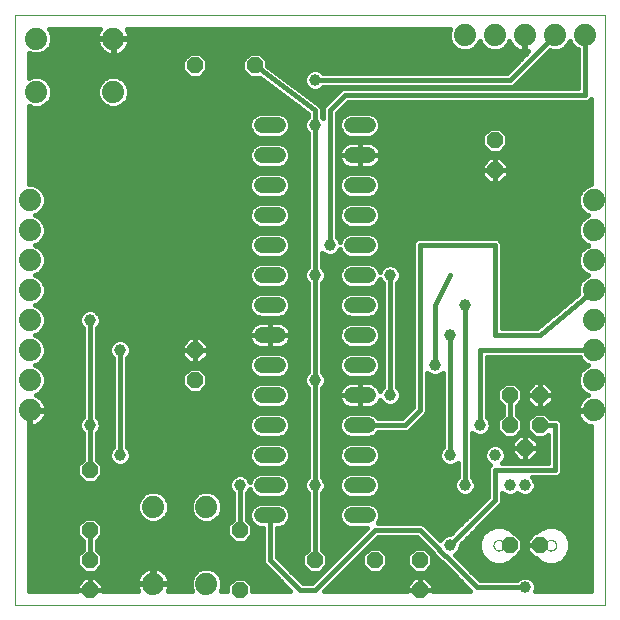
<source format=gbl>
G75*
%MOIN*%
%OFA0B0*%
%FSLAX25Y25*%
%IPPOS*%
%LPD*%
%AMOC8*
5,1,8,0,0,1.08239X$1,22.5*
%
%ADD10C,0.00000*%
%ADD11OC8,0.05200*%
%ADD12C,0.05200*%
%ADD13C,0.07400*%
%ADD14C,0.03962*%
%ADD15C,0.01600*%
D10*
X0001800Y0023186D02*
X0001800Y0220037D01*
X0198650Y0220037D01*
X0198650Y0023186D01*
X0001800Y0023186D01*
X0161367Y0043186D02*
X0161369Y0043270D01*
X0161375Y0043353D01*
X0161385Y0043436D01*
X0161399Y0043519D01*
X0161416Y0043601D01*
X0161438Y0043682D01*
X0161463Y0043761D01*
X0161492Y0043840D01*
X0161525Y0043917D01*
X0161561Y0043992D01*
X0161601Y0044066D01*
X0161644Y0044138D01*
X0161691Y0044207D01*
X0161741Y0044274D01*
X0161794Y0044339D01*
X0161850Y0044401D01*
X0161908Y0044461D01*
X0161970Y0044518D01*
X0162034Y0044571D01*
X0162101Y0044622D01*
X0162170Y0044669D01*
X0162241Y0044714D01*
X0162314Y0044754D01*
X0162389Y0044791D01*
X0162466Y0044825D01*
X0162544Y0044855D01*
X0162623Y0044881D01*
X0162704Y0044904D01*
X0162786Y0044922D01*
X0162868Y0044937D01*
X0162951Y0044948D01*
X0163034Y0044955D01*
X0163118Y0044958D01*
X0163202Y0044957D01*
X0163285Y0044952D01*
X0163369Y0044943D01*
X0163451Y0044930D01*
X0163533Y0044914D01*
X0163614Y0044893D01*
X0163695Y0044869D01*
X0163773Y0044841D01*
X0163851Y0044809D01*
X0163927Y0044773D01*
X0164001Y0044734D01*
X0164073Y0044692D01*
X0164143Y0044646D01*
X0164211Y0044597D01*
X0164276Y0044545D01*
X0164339Y0044490D01*
X0164399Y0044432D01*
X0164457Y0044371D01*
X0164511Y0044307D01*
X0164563Y0044241D01*
X0164611Y0044173D01*
X0164656Y0044102D01*
X0164697Y0044029D01*
X0164736Y0043955D01*
X0164770Y0043879D01*
X0164801Y0043801D01*
X0164828Y0043722D01*
X0164852Y0043641D01*
X0164871Y0043560D01*
X0164887Y0043478D01*
X0164899Y0043395D01*
X0164907Y0043311D01*
X0164911Y0043228D01*
X0164911Y0043144D01*
X0164907Y0043061D01*
X0164899Y0042977D01*
X0164887Y0042894D01*
X0164871Y0042812D01*
X0164852Y0042731D01*
X0164828Y0042650D01*
X0164801Y0042571D01*
X0164770Y0042493D01*
X0164736Y0042417D01*
X0164697Y0042343D01*
X0164656Y0042270D01*
X0164611Y0042199D01*
X0164563Y0042131D01*
X0164511Y0042065D01*
X0164457Y0042001D01*
X0164399Y0041940D01*
X0164339Y0041882D01*
X0164276Y0041827D01*
X0164211Y0041775D01*
X0164143Y0041726D01*
X0164073Y0041680D01*
X0164001Y0041638D01*
X0163927Y0041599D01*
X0163851Y0041563D01*
X0163773Y0041531D01*
X0163695Y0041503D01*
X0163614Y0041479D01*
X0163533Y0041458D01*
X0163451Y0041442D01*
X0163369Y0041429D01*
X0163285Y0041420D01*
X0163202Y0041415D01*
X0163118Y0041414D01*
X0163034Y0041417D01*
X0162951Y0041424D01*
X0162868Y0041435D01*
X0162786Y0041450D01*
X0162704Y0041468D01*
X0162623Y0041491D01*
X0162544Y0041517D01*
X0162466Y0041547D01*
X0162389Y0041581D01*
X0162314Y0041618D01*
X0162241Y0041658D01*
X0162170Y0041703D01*
X0162101Y0041750D01*
X0162034Y0041801D01*
X0161970Y0041854D01*
X0161908Y0041911D01*
X0161850Y0041971D01*
X0161794Y0042033D01*
X0161741Y0042098D01*
X0161691Y0042165D01*
X0161644Y0042234D01*
X0161601Y0042306D01*
X0161561Y0042380D01*
X0161525Y0042455D01*
X0161492Y0042532D01*
X0161463Y0042611D01*
X0161438Y0042690D01*
X0161416Y0042771D01*
X0161399Y0042853D01*
X0161385Y0042936D01*
X0161375Y0043019D01*
X0161369Y0043102D01*
X0161367Y0043186D01*
X0178689Y0043186D02*
X0178691Y0043270D01*
X0178697Y0043353D01*
X0178707Y0043436D01*
X0178721Y0043519D01*
X0178738Y0043601D01*
X0178760Y0043682D01*
X0178785Y0043761D01*
X0178814Y0043840D01*
X0178847Y0043917D01*
X0178883Y0043992D01*
X0178923Y0044066D01*
X0178966Y0044138D01*
X0179013Y0044207D01*
X0179063Y0044274D01*
X0179116Y0044339D01*
X0179172Y0044401D01*
X0179230Y0044461D01*
X0179292Y0044518D01*
X0179356Y0044571D01*
X0179423Y0044622D01*
X0179492Y0044669D01*
X0179563Y0044714D01*
X0179636Y0044754D01*
X0179711Y0044791D01*
X0179788Y0044825D01*
X0179866Y0044855D01*
X0179945Y0044881D01*
X0180026Y0044904D01*
X0180108Y0044922D01*
X0180190Y0044937D01*
X0180273Y0044948D01*
X0180356Y0044955D01*
X0180440Y0044958D01*
X0180524Y0044957D01*
X0180607Y0044952D01*
X0180691Y0044943D01*
X0180773Y0044930D01*
X0180855Y0044914D01*
X0180936Y0044893D01*
X0181017Y0044869D01*
X0181095Y0044841D01*
X0181173Y0044809D01*
X0181249Y0044773D01*
X0181323Y0044734D01*
X0181395Y0044692D01*
X0181465Y0044646D01*
X0181533Y0044597D01*
X0181598Y0044545D01*
X0181661Y0044490D01*
X0181721Y0044432D01*
X0181779Y0044371D01*
X0181833Y0044307D01*
X0181885Y0044241D01*
X0181933Y0044173D01*
X0181978Y0044102D01*
X0182019Y0044029D01*
X0182058Y0043955D01*
X0182092Y0043879D01*
X0182123Y0043801D01*
X0182150Y0043722D01*
X0182174Y0043641D01*
X0182193Y0043560D01*
X0182209Y0043478D01*
X0182221Y0043395D01*
X0182229Y0043311D01*
X0182233Y0043228D01*
X0182233Y0043144D01*
X0182229Y0043061D01*
X0182221Y0042977D01*
X0182209Y0042894D01*
X0182193Y0042812D01*
X0182174Y0042731D01*
X0182150Y0042650D01*
X0182123Y0042571D01*
X0182092Y0042493D01*
X0182058Y0042417D01*
X0182019Y0042343D01*
X0181978Y0042270D01*
X0181933Y0042199D01*
X0181885Y0042131D01*
X0181833Y0042065D01*
X0181779Y0042001D01*
X0181721Y0041940D01*
X0181661Y0041882D01*
X0181598Y0041827D01*
X0181533Y0041775D01*
X0181465Y0041726D01*
X0181395Y0041680D01*
X0181323Y0041638D01*
X0181249Y0041599D01*
X0181173Y0041563D01*
X0181095Y0041531D01*
X0181017Y0041503D01*
X0180936Y0041479D01*
X0180855Y0041458D01*
X0180773Y0041442D01*
X0180691Y0041429D01*
X0180607Y0041420D01*
X0180524Y0041415D01*
X0180440Y0041414D01*
X0180356Y0041417D01*
X0180273Y0041424D01*
X0180190Y0041435D01*
X0180108Y0041450D01*
X0180026Y0041468D01*
X0179945Y0041491D01*
X0179866Y0041517D01*
X0179788Y0041547D01*
X0179711Y0041581D01*
X0179636Y0041618D01*
X0179563Y0041658D01*
X0179492Y0041703D01*
X0179423Y0041750D01*
X0179356Y0041801D01*
X0179292Y0041854D01*
X0179230Y0041911D01*
X0179172Y0041971D01*
X0179116Y0042033D01*
X0179063Y0042098D01*
X0179013Y0042165D01*
X0178966Y0042234D01*
X0178923Y0042306D01*
X0178883Y0042380D01*
X0178847Y0042455D01*
X0178814Y0042532D01*
X0178785Y0042611D01*
X0178760Y0042690D01*
X0178738Y0042771D01*
X0178721Y0042853D01*
X0178707Y0042936D01*
X0178697Y0043019D01*
X0178691Y0043102D01*
X0178689Y0043186D01*
D11*
X0176800Y0043186D03*
X0166800Y0043186D03*
X0136800Y0038186D03*
X0136800Y0028186D03*
X0121800Y0038186D03*
X0101800Y0038186D03*
X0076800Y0028186D03*
X0076800Y0048186D03*
X0061800Y0098186D03*
X0061800Y0108186D03*
X0026800Y0068186D03*
X0026800Y0048186D03*
X0026800Y0038186D03*
X0026800Y0028186D03*
X0161800Y0168186D03*
X0161800Y0178186D03*
X0166800Y0093186D03*
X0166800Y0083186D03*
X0171800Y0075686D03*
X0176800Y0083186D03*
X0176800Y0093186D03*
X0081800Y0203186D03*
X0061800Y0203186D03*
D12*
X0084200Y0183186D02*
X0089400Y0183186D01*
X0089400Y0173186D02*
X0084200Y0173186D01*
X0084200Y0163186D02*
X0089400Y0163186D01*
X0089400Y0153186D02*
X0084200Y0153186D01*
X0084200Y0143186D02*
X0089400Y0143186D01*
X0089400Y0133186D02*
X0084200Y0133186D01*
X0084200Y0123186D02*
X0089400Y0123186D01*
X0089400Y0113186D02*
X0084200Y0113186D01*
X0084200Y0103186D02*
X0089400Y0103186D01*
X0089400Y0093186D02*
X0084200Y0093186D01*
X0084200Y0083186D02*
X0089400Y0083186D01*
X0089400Y0073186D02*
X0084200Y0073186D01*
X0084200Y0063186D02*
X0089400Y0063186D01*
X0089400Y0053186D02*
X0084200Y0053186D01*
X0114200Y0053186D02*
X0119400Y0053186D01*
X0119400Y0063186D02*
X0114200Y0063186D01*
X0114200Y0073186D02*
X0119400Y0073186D01*
X0119400Y0083186D02*
X0114200Y0083186D01*
X0114200Y0093186D02*
X0119400Y0093186D01*
X0119400Y0103186D02*
X0114200Y0103186D01*
X0114200Y0113186D02*
X0119400Y0113186D01*
X0119400Y0123186D02*
X0114200Y0123186D01*
X0114200Y0133186D02*
X0119400Y0133186D01*
X0119400Y0143186D02*
X0114200Y0143186D01*
X0114200Y0153186D02*
X0119400Y0153186D01*
X0119400Y0163186D02*
X0114200Y0163186D01*
X0114200Y0173186D02*
X0119400Y0173186D01*
X0119400Y0183186D02*
X0114200Y0183186D01*
D13*
X0151800Y0213186D03*
X0161800Y0213186D03*
X0171800Y0213186D03*
X0181800Y0213186D03*
X0191800Y0213186D03*
X0194800Y0158186D03*
X0194800Y0148186D03*
X0194800Y0138186D03*
X0194800Y0128186D03*
X0194800Y0118186D03*
X0194800Y0108186D03*
X0194800Y0098186D03*
X0194800Y0088186D03*
X0065700Y0055986D03*
X0047900Y0055986D03*
X0047900Y0030386D03*
X0065700Y0030386D03*
X0006800Y0088186D03*
X0006800Y0098186D03*
X0006800Y0108186D03*
X0006800Y0118186D03*
X0006800Y0128186D03*
X0006800Y0138186D03*
X0006800Y0148186D03*
X0006800Y0158186D03*
X0009000Y0194286D03*
X0009000Y0212086D03*
X0034600Y0212086D03*
X0034600Y0194286D03*
D14*
X0101800Y0198186D03*
X0101800Y0183186D03*
X0106800Y0143186D03*
X0101800Y0133186D03*
X0126800Y0133186D03*
X0146800Y0113186D03*
X0151800Y0123186D03*
X0141800Y0103186D03*
X0126800Y0093186D03*
X0146800Y0073186D03*
X0151800Y0063186D03*
X0161800Y0073186D03*
X0156800Y0083186D03*
X0166800Y0063186D03*
X0171800Y0063186D03*
X0146800Y0043186D03*
X0171800Y0029167D03*
X0101800Y0063186D03*
X0076800Y0063186D03*
X0101800Y0098186D03*
X0036800Y0108186D03*
X0026800Y0118186D03*
X0026800Y0083186D03*
X0036800Y0073186D03*
D15*
X0036800Y0108186D01*
X0033470Y0109506D02*
X0029200Y0109506D01*
X0029200Y0111104D02*
X0034654Y0111104D01*
X0034771Y0111222D02*
X0033764Y0110215D01*
X0033219Y0108899D01*
X0033219Y0107474D01*
X0033764Y0106158D01*
X0034400Y0105522D01*
X0034400Y0075851D01*
X0033764Y0075215D01*
X0033219Y0073899D01*
X0033219Y0072474D01*
X0033764Y0071158D01*
X0034771Y0070150D01*
X0036088Y0069605D01*
X0037512Y0069605D01*
X0038829Y0070150D01*
X0039836Y0071158D01*
X0040381Y0072474D01*
X0040381Y0073899D01*
X0039836Y0075215D01*
X0039200Y0075851D01*
X0039200Y0105522D01*
X0039836Y0106158D01*
X0040381Y0107474D01*
X0040381Y0108899D01*
X0039836Y0110215D01*
X0038829Y0111222D01*
X0037512Y0111767D01*
X0036088Y0111767D01*
X0034771Y0111222D01*
X0033219Y0107907D02*
X0029200Y0107907D01*
X0029200Y0106309D02*
X0033701Y0106309D01*
X0034400Y0104710D02*
X0029200Y0104710D01*
X0029200Y0103112D02*
X0034400Y0103112D01*
X0034400Y0101513D02*
X0029200Y0101513D01*
X0029200Y0099915D02*
X0034400Y0099915D01*
X0034400Y0098316D02*
X0029200Y0098316D01*
X0029200Y0096718D02*
X0034400Y0096718D01*
X0034400Y0095119D02*
X0029200Y0095119D01*
X0029200Y0093521D02*
X0034400Y0093521D01*
X0034400Y0091922D02*
X0029200Y0091922D01*
X0029200Y0090324D02*
X0034400Y0090324D01*
X0034400Y0088725D02*
X0029200Y0088725D01*
X0029200Y0087127D02*
X0034400Y0087127D01*
X0034400Y0085528D02*
X0029522Y0085528D01*
X0029836Y0085215D02*
X0029200Y0085851D01*
X0029200Y0115522D01*
X0029836Y0116158D01*
X0030381Y0117474D01*
X0030381Y0118899D01*
X0029836Y0120215D01*
X0028829Y0121222D01*
X0027512Y0121767D01*
X0026088Y0121767D01*
X0024771Y0121222D01*
X0023764Y0120215D01*
X0023219Y0118899D01*
X0023219Y0117474D01*
X0023764Y0116158D01*
X0024400Y0115522D01*
X0024400Y0085851D01*
X0023764Y0085215D01*
X0023219Y0083899D01*
X0023219Y0082474D01*
X0023764Y0081158D01*
X0024400Y0080522D01*
X0024400Y0071726D01*
X0022600Y0069926D01*
X0022600Y0066447D01*
X0025060Y0063986D01*
X0028540Y0063986D01*
X0031000Y0066447D01*
X0031000Y0069926D01*
X0029200Y0071726D01*
X0029200Y0080522D01*
X0029836Y0081158D01*
X0030381Y0082474D01*
X0030381Y0083899D01*
X0029836Y0085215D01*
X0030368Y0083930D02*
X0034400Y0083930D01*
X0034400Y0082331D02*
X0030322Y0082331D01*
X0029411Y0080733D02*
X0034400Y0080733D01*
X0034400Y0079134D02*
X0029200Y0079134D01*
X0029200Y0077536D02*
X0034400Y0077536D01*
X0034400Y0075937D02*
X0029200Y0075937D01*
X0029200Y0074339D02*
X0033401Y0074339D01*
X0033219Y0072740D02*
X0029200Y0072740D01*
X0029784Y0071142D02*
X0033780Y0071142D01*
X0031000Y0069543D02*
X0082020Y0069543D01*
X0081821Y0069626D02*
X0083365Y0068986D01*
X0090235Y0068986D01*
X0091779Y0069626D01*
X0092961Y0070807D01*
X0093600Y0072351D01*
X0093600Y0074022D01*
X0092961Y0075565D01*
X0091779Y0076747D01*
X0090235Y0077386D01*
X0083365Y0077386D01*
X0081821Y0076747D01*
X0080639Y0075565D01*
X0080000Y0074022D01*
X0080000Y0072351D01*
X0080639Y0070807D01*
X0081821Y0069626D01*
X0080501Y0071142D02*
X0039820Y0071142D01*
X0040381Y0072740D02*
X0080000Y0072740D01*
X0080131Y0074339D02*
X0040199Y0074339D01*
X0039200Y0075937D02*
X0081011Y0075937D01*
X0083007Y0079134D02*
X0039200Y0079134D01*
X0039200Y0077536D02*
X0099400Y0077536D01*
X0099400Y0079134D02*
X0090592Y0079134D01*
X0090235Y0078986D02*
X0091779Y0079626D01*
X0092961Y0080807D01*
X0093600Y0082351D01*
X0093600Y0084022D01*
X0092961Y0085565D01*
X0091779Y0086747D01*
X0090235Y0087386D01*
X0083365Y0087386D01*
X0081821Y0086747D01*
X0080639Y0085565D01*
X0080000Y0084022D01*
X0080000Y0082351D01*
X0080639Y0080807D01*
X0081821Y0079626D01*
X0083365Y0078986D01*
X0090235Y0078986D01*
X0092886Y0080733D02*
X0099400Y0080733D01*
X0099400Y0082331D02*
X0093592Y0082331D01*
X0093600Y0083930D02*
X0099400Y0083930D01*
X0099400Y0085528D02*
X0092976Y0085528D01*
X0090862Y0087127D02*
X0099400Y0087127D01*
X0099400Y0088725D02*
X0039200Y0088725D01*
X0039200Y0087127D02*
X0082738Y0087127D01*
X0083365Y0088986D02*
X0081821Y0089626D01*
X0080639Y0090807D01*
X0080000Y0092351D01*
X0080000Y0094022D01*
X0080639Y0095565D01*
X0081821Y0096747D01*
X0083365Y0097386D01*
X0090235Y0097386D01*
X0091779Y0096747D01*
X0092961Y0095565D01*
X0093600Y0094022D01*
X0093600Y0092351D01*
X0092961Y0090807D01*
X0091779Y0089626D01*
X0090235Y0088986D01*
X0083365Y0088986D01*
X0081123Y0090324D02*
X0039200Y0090324D01*
X0039200Y0091922D02*
X0080178Y0091922D01*
X0080000Y0093521D02*
X0039200Y0093521D01*
X0039200Y0095119D02*
X0058927Y0095119D01*
X0060060Y0093986D02*
X0057600Y0096447D01*
X0057600Y0099926D01*
X0060060Y0102386D01*
X0063540Y0102386D01*
X0066000Y0099926D01*
X0066000Y0096447D01*
X0063540Y0093986D01*
X0060060Y0093986D01*
X0057600Y0096718D02*
X0039200Y0096718D01*
X0039200Y0098316D02*
X0057600Y0098316D01*
X0057600Y0099915D02*
X0039200Y0099915D01*
X0039200Y0101513D02*
X0059187Y0101513D01*
X0059977Y0103786D02*
X0057400Y0106364D01*
X0057400Y0108186D01*
X0061800Y0108186D01*
X0061800Y0103786D01*
X0061800Y0108186D01*
X0061800Y0108186D01*
X0061800Y0108186D01*
X0061800Y0108186D01*
X0066200Y0108186D01*
X0066200Y0106364D01*
X0063623Y0103786D01*
X0061800Y0103786D01*
X0059977Y0103786D01*
X0059053Y0104710D02*
X0039200Y0104710D01*
X0039200Y0103112D02*
X0080000Y0103112D01*
X0080000Y0102351D02*
X0080639Y0100807D01*
X0081821Y0099626D01*
X0083365Y0098986D01*
X0090235Y0098986D01*
X0091779Y0099626D01*
X0092961Y0100807D01*
X0093600Y0102351D01*
X0093600Y0104022D01*
X0092961Y0105565D01*
X0091779Y0106747D01*
X0090235Y0107386D01*
X0083365Y0107386D01*
X0081821Y0106747D01*
X0080639Y0105565D01*
X0080000Y0104022D01*
X0080000Y0102351D01*
X0080347Y0101513D02*
X0064413Y0101513D01*
X0066000Y0099915D02*
X0081532Y0099915D01*
X0081792Y0096718D02*
X0066000Y0096718D01*
X0066000Y0098316D02*
X0098219Y0098316D01*
X0098219Y0098899D02*
X0098219Y0097474D01*
X0098764Y0096158D01*
X0099400Y0095522D01*
X0099400Y0065851D01*
X0098764Y0065215D01*
X0098219Y0063899D01*
X0098219Y0062474D01*
X0098764Y0061158D01*
X0099400Y0060522D01*
X0099400Y0041726D01*
X0097600Y0039926D01*
X0097600Y0036447D01*
X0100060Y0033986D01*
X0103540Y0033986D01*
X0106000Y0036447D01*
X0106000Y0039926D01*
X0104200Y0041726D01*
X0104200Y0060522D01*
X0104836Y0061158D01*
X0105381Y0062474D01*
X0105381Y0063899D01*
X0104836Y0065215D01*
X0104200Y0065851D01*
X0104200Y0095522D01*
X0104836Y0096158D01*
X0105381Y0097474D01*
X0105381Y0098899D01*
X0104836Y0100215D01*
X0104200Y0100851D01*
X0104200Y0130522D01*
X0104836Y0131158D01*
X0105381Y0132474D01*
X0105381Y0133899D01*
X0104836Y0135215D01*
X0104200Y0135851D01*
X0104200Y0140722D01*
X0104771Y0140150D01*
X0106088Y0139605D01*
X0107512Y0139605D01*
X0108829Y0140150D01*
X0109836Y0141158D01*
X0110165Y0141952D01*
X0110639Y0140807D01*
X0111821Y0139626D01*
X0113365Y0138986D01*
X0120235Y0138986D01*
X0121779Y0139626D01*
X0122961Y0140807D01*
X0123600Y0142351D01*
X0123600Y0144022D01*
X0122961Y0145565D01*
X0121779Y0146747D01*
X0120235Y0147386D01*
X0113365Y0147386D01*
X0111821Y0146747D01*
X0110639Y0145565D01*
X0110165Y0144420D01*
X0109836Y0145215D01*
X0109200Y0145851D01*
X0109200Y0187192D01*
X0112794Y0190786D01*
X0192277Y0190786D01*
X0193159Y0191152D01*
X0193835Y0191827D01*
X0193850Y0191865D01*
X0193850Y0163486D01*
X0193746Y0163486D01*
X0191798Y0162679D01*
X0190307Y0161189D01*
X0189500Y0159241D01*
X0189500Y0157132D01*
X0190307Y0155184D01*
X0191798Y0153693D01*
X0193022Y0153186D01*
X0191798Y0152679D01*
X0190307Y0151189D01*
X0189500Y0149241D01*
X0189500Y0147132D01*
X0190307Y0145184D01*
X0191798Y0143693D01*
X0193022Y0143186D01*
X0191798Y0142679D01*
X0190307Y0141189D01*
X0189500Y0139241D01*
X0189500Y0137132D01*
X0190307Y0135184D01*
X0191798Y0133693D01*
X0193022Y0133186D01*
X0191798Y0132679D01*
X0190307Y0131189D01*
X0189500Y0129241D01*
X0189500Y0127132D01*
X0189573Y0126955D01*
X0175931Y0115586D01*
X0164200Y0115586D01*
X0164200Y0143664D01*
X0163835Y0144546D01*
X0163159Y0145221D01*
X0162277Y0145586D01*
X0136323Y0145586D01*
X0135441Y0145221D01*
X0134765Y0144546D01*
X0134400Y0143664D01*
X0134400Y0089180D01*
X0130806Y0085586D01*
X0122940Y0085586D01*
X0121779Y0086747D01*
X0120235Y0087386D01*
X0113365Y0087386D01*
X0111821Y0086747D01*
X0110639Y0085565D01*
X0110000Y0084022D01*
X0110000Y0082351D01*
X0110639Y0080807D01*
X0111821Y0079626D01*
X0113365Y0078986D01*
X0120235Y0078986D01*
X0121779Y0079626D01*
X0122940Y0080786D01*
X0132277Y0080786D01*
X0133159Y0081152D01*
X0133835Y0081827D01*
X0138835Y0086827D01*
X0139200Y0087709D01*
X0139200Y0100722D01*
X0139771Y0100150D01*
X0141088Y0099605D01*
X0142512Y0099605D01*
X0143829Y0100150D01*
X0144400Y0100722D01*
X0144400Y0075851D01*
X0143764Y0075215D01*
X0143219Y0073899D01*
X0143219Y0072474D01*
X0143764Y0071158D01*
X0144771Y0070150D01*
X0146088Y0069605D01*
X0147512Y0069605D01*
X0148829Y0070150D01*
X0149400Y0070722D01*
X0149400Y0065851D01*
X0148764Y0065215D01*
X0148219Y0063899D01*
X0148219Y0062474D01*
X0148764Y0061158D01*
X0149771Y0060150D01*
X0151088Y0059605D01*
X0152512Y0059605D01*
X0153829Y0060150D01*
X0154836Y0061158D01*
X0155381Y0062474D01*
X0155381Y0063899D01*
X0154836Y0065215D01*
X0154200Y0065851D01*
X0154200Y0080722D01*
X0154771Y0080150D01*
X0156088Y0079605D01*
X0157512Y0079605D01*
X0158829Y0080150D01*
X0159836Y0081158D01*
X0160381Y0082474D01*
X0160381Y0083899D01*
X0159836Y0085215D01*
X0159200Y0085851D01*
X0159200Y0105786D01*
X0190057Y0105786D01*
X0190307Y0105184D01*
X0191798Y0103693D01*
X0193022Y0103186D01*
X0191798Y0102679D01*
X0190307Y0101189D01*
X0189500Y0099241D01*
X0189500Y0097132D01*
X0190307Y0095184D01*
X0191798Y0093693D01*
X0192744Y0093301D01*
X0192689Y0093283D01*
X0191917Y0092890D01*
X0191217Y0092381D01*
X0190605Y0091769D01*
X0190096Y0091069D01*
X0189703Y0090298D01*
X0189435Y0089474D01*
X0189300Y0088619D01*
X0189300Y0088386D01*
X0193850Y0088386D01*
X0193850Y0087986D01*
X0189300Y0087986D01*
X0189300Y0087753D01*
X0189435Y0086898D01*
X0189703Y0086075D01*
X0190096Y0085304D01*
X0190605Y0084603D01*
X0191217Y0083991D01*
X0191917Y0083482D01*
X0192689Y0083089D01*
X0193512Y0082822D01*
X0193850Y0082768D01*
X0193850Y0027986D01*
X0175187Y0027986D01*
X0175381Y0028455D01*
X0175381Y0029880D01*
X0174836Y0031196D01*
X0173829Y0032203D01*
X0172512Y0032749D01*
X0171088Y0032749D01*
X0169771Y0032203D01*
X0169136Y0031567D01*
X0156813Y0031567D01*
X0148405Y0039975D01*
X0148829Y0040150D01*
X0149836Y0041158D01*
X0150381Y0042474D01*
X0150381Y0043373D01*
X0163159Y0056152D01*
X0163159Y0056152D01*
X0163835Y0056827D01*
X0164200Y0057709D01*
X0164200Y0060722D01*
X0164771Y0060150D01*
X0166088Y0059605D01*
X0167512Y0059605D01*
X0168829Y0060150D01*
X0169300Y0060622D01*
X0169771Y0060150D01*
X0171088Y0059605D01*
X0172512Y0059605D01*
X0173829Y0060150D01*
X0174836Y0061158D01*
X0175381Y0062474D01*
X0175381Y0063899D01*
X0174836Y0065215D01*
X0174264Y0065786D01*
X0182277Y0065786D01*
X0183159Y0066152D01*
X0183835Y0066827D01*
X0184200Y0067709D01*
X0184200Y0083664D01*
X0183835Y0084546D01*
X0183159Y0085221D01*
X0182277Y0085586D01*
X0180340Y0085586D01*
X0178540Y0087386D01*
X0175060Y0087386D01*
X0172600Y0084926D01*
X0172600Y0081447D01*
X0175060Y0078986D01*
X0178540Y0078986D01*
X0179400Y0079847D01*
X0179400Y0070586D01*
X0164264Y0070586D01*
X0164836Y0071158D01*
X0165381Y0072474D01*
X0165381Y0073899D01*
X0164836Y0075215D01*
X0163829Y0076222D01*
X0162512Y0076767D01*
X0161088Y0076767D01*
X0159771Y0076222D01*
X0158764Y0075215D01*
X0158219Y0073899D01*
X0158219Y0072474D01*
X0158764Y0071158D01*
X0159771Y0070150D01*
X0160195Y0069975D01*
X0159765Y0069546D01*
X0159400Y0068664D01*
X0159400Y0059180D01*
X0146987Y0046767D01*
X0146088Y0046767D01*
X0144771Y0046222D01*
X0143764Y0045215D01*
X0143589Y0044792D01*
X0138159Y0050221D01*
X0137277Y0050586D01*
X0122740Y0050586D01*
X0122961Y0050807D01*
X0123600Y0052351D01*
X0123600Y0054022D01*
X0122961Y0055565D01*
X0121779Y0056747D01*
X0120235Y0057386D01*
X0113365Y0057386D01*
X0111821Y0056747D01*
X0110639Y0055565D01*
X0110000Y0054022D01*
X0110000Y0052351D01*
X0110639Y0050807D01*
X0111821Y0049626D01*
X0113365Y0048986D01*
X0119206Y0048986D01*
X0100806Y0030586D01*
X0097794Y0030586D01*
X0089200Y0039180D01*
X0089200Y0048986D01*
X0090235Y0048986D01*
X0091779Y0049626D01*
X0092961Y0050807D01*
X0093600Y0052351D01*
X0093600Y0054022D01*
X0092961Y0055565D01*
X0091779Y0056747D01*
X0090235Y0057386D01*
X0083365Y0057386D01*
X0081821Y0056747D01*
X0080639Y0055565D01*
X0080000Y0054022D01*
X0080000Y0052351D01*
X0080639Y0050807D01*
X0081821Y0049626D01*
X0083365Y0048986D01*
X0084400Y0048986D01*
X0084400Y0037709D01*
X0084765Y0036827D01*
X0085441Y0036152D01*
X0093606Y0027986D01*
X0081000Y0027986D01*
X0081000Y0029926D01*
X0078540Y0032386D01*
X0075060Y0032386D01*
X0072600Y0029926D01*
X0072600Y0027986D01*
X0070443Y0027986D01*
X0071000Y0029332D01*
X0071000Y0031441D01*
X0070193Y0033389D01*
X0068702Y0034879D01*
X0066754Y0035686D01*
X0064646Y0035686D01*
X0062698Y0034879D01*
X0061207Y0033389D01*
X0060400Y0031441D01*
X0060400Y0029332D01*
X0060957Y0027986D01*
X0052850Y0027986D01*
X0052997Y0028275D01*
X0053265Y0029098D01*
X0053400Y0029953D01*
X0053400Y0030186D01*
X0048100Y0030186D01*
X0048100Y0030586D01*
X0053400Y0030586D01*
X0053400Y0030819D01*
X0053265Y0031674D01*
X0052997Y0032498D01*
X0052604Y0033269D01*
X0052095Y0033969D01*
X0051483Y0034581D01*
X0050783Y0035090D01*
X0050011Y0035483D01*
X0049188Y0035751D01*
X0048333Y0035886D01*
X0048100Y0035886D01*
X0048100Y0030586D01*
X0047700Y0030586D01*
X0047700Y0030186D01*
X0042400Y0030186D01*
X0042400Y0029953D01*
X0042535Y0029098D01*
X0042803Y0028275D01*
X0042950Y0027986D01*
X0031200Y0027986D01*
X0031200Y0028186D01*
X0026800Y0028186D01*
X0022400Y0028186D01*
X0022400Y0027986D01*
X0006600Y0027986D01*
X0006600Y0087986D01*
X0007000Y0087986D01*
X0007000Y0082686D01*
X0007233Y0082686D01*
X0008088Y0082822D01*
X0008911Y0083089D01*
X0009683Y0083482D01*
X0010383Y0083991D01*
X0010995Y0084603D01*
X0011504Y0085304D01*
X0011897Y0086075D01*
X0012165Y0086898D01*
X0012300Y0087753D01*
X0012300Y0087986D01*
X0007000Y0087986D01*
X0007000Y0088386D01*
X0012300Y0088386D01*
X0012300Y0088619D01*
X0012165Y0089474D01*
X0011897Y0090298D01*
X0011504Y0091069D01*
X0010995Y0091769D01*
X0010383Y0092381D01*
X0009683Y0092890D01*
X0008911Y0093283D01*
X0008856Y0093301D01*
X0009802Y0093693D01*
X0011293Y0095184D01*
X0012100Y0097132D01*
X0012100Y0099241D01*
X0011293Y0101189D01*
X0009802Y0102679D01*
X0008578Y0103186D01*
X0009802Y0103693D01*
X0011293Y0105184D01*
X0012100Y0107132D01*
X0012100Y0109241D01*
X0011293Y0111189D01*
X0009802Y0112679D01*
X0008578Y0113186D01*
X0009802Y0113693D01*
X0011293Y0115184D01*
X0012100Y0117132D01*
X0012100Y0119241D01*
X0011293Y0121189D01*
X0009802Y0122679D01*
X0008578Y0123186D01*
X0009802Y0123693D01*
X0011293Y0125184D01*
X0012100Y0127132D01*
X0012100Y0129241D01*
X0011293Y0131189D01*
X0009802Y0132679D01*
X0008578Y0133186D01*
X0009802Y0133693D01*
X0011293Y0135184D01*
X0012100Y0137132D01*
X0012100Y0139241D01*
X0011293Y0141189D01*
X0009802Y0142679D01*
X0008578Y0143186D01*
X0009802Y0143693D01*
X0011293Y0145184D01*
X0012100Y0147132D01*
X0012100Y0149241D01*
X0011293Y0151189D01*
X0009802Y0152679D01*
X0008578Y0153186D01*
X0009802Y0153693D01*
X0011293Y0155184D01*
X0012100Y0157132D01*
X0012100Y0159241D01*
X0011293Y0161189D01*
X0009802Y0162679D01*
X0007854Y0163486D01*
X0006600Y0163486D01*
X0006600Y0189544D01*
X0007946Y0188986D01*
X0010054Y0188986D01*
X0012002Y0189793D01*
X0013493Y0191284D01*
X0014300Y0193232D01*
X0014300Y0195341D01*
X0013493Y0197289D01*
X0012002Y0198779D01*
X0010054Y0199586D01*
X0007946Y0199586D01*
X0006600Y0199029D01*
X0006600Y0207344D01*
X0007946Y0206786D01*
X0010054Y0206786D01*
X0012002Y0207593D01*
X0013493Y0209084D01*
X0014300Y0211032D01*
X0014300Y0213141D01*
X0013493Y0215089D01*
X0013345Y0215237D01*
X0030091Y0215237D01*
X0029896Y0214969D01*
X0029503Y0214198D01*
X0029235Y0213374D01*
X0029100Y0212519D01*
X0029100Y0212286D01*
X0034400Y0212286D01*
X0034400Y0211886D01*
X0034800Y0211886D01*
X0034800Y0206586D01*
X0035033Y0206586D01*
X0035888Y0206722D01*
X0036711Y0206989D01*
X0037483Y0207382D01*
X0038183Y0207891D01*
X0038795Y0208503D01*
X0039304Y0209204D01*
X0039697Y0209975D01*
X0039965Y0210798D01*
X0040100Y0211653D01*
X0040100Y0211886D01*
X0034800Y0211886D01*
X0034800Y0212286D01*
X0040100Y0212286D01*
X0040100Y0212519D01*
X0039965Y0213374D01*
X0039697Y0214198D01*
X0039304Y0214969D01*
X0039109Y0215237D01*
X0146913Y0215237D01*
X0146500Y0214241D01*
X0146500Y0212132D01*
X0147307Y0210184D01*
X0148798Y0208693D01*
X0150746Y0207886D01*
X0152854Y0207886D01*
X0154802Y0208693D01*
X0156293Y0210184D01*
X0156800Y0211408D01*
X0157307Y0210184D01*
X0158798Y0208693D01*
X0160746Y0207886D01*
X0162854Y0207886D01*
X0164802Y0208693D01*
X0166293Y0210184D01*
X0166685Y0211130D01*
X0166703Y0211075D01*
X0167096Y0210304D01*
X0167605Y0209603D01*
X0168217Y0208991D01*
X0168917Y0208482D01*
X0169689Y0208089D01*
X0170512Y0207822D01*
X0171367Y0207686D01*
X0171600Y0207686D01*
X0171600Y0212986D01*
X0172000Y0212986D01*
X0172000Y0207686D01*
X0172233Y0207686D01*
X0173033Y0207813D01*
X0165806Y0200586D01*
X0104464Y0200586D01*
X0103829Y0201222D01*
X0102512Y0201767D01*
X0101088Y0201767D01*
X0099771Y0201222D01*
X0098764Y0200215D01*
X0098219Y0198899D01*
X0098219Y0197474D01*
X0098764Y0196158D01*
X0099771Y0195150D01*
X0101088Y0194605D01*
X0102512Y0194605D01*
X0103829Y0195150D01*
X0104464Y0195786D01*
X0167277Y0195786D01*
X0168159Y0196152D01*
X0180144Y0208136D01*
X0180746Y0207886D01*
X0182854Y0207886D01*
X0184802Y0208693D01*
X0186293Y0210184D01*
X0186800Y0211408D01*
X0187307Y0210184D01*
X0188798Y0208693D01*
X0189400Y0208444D01*
X0189400Y0195586D01*
X0111323Y0195586D01*
X0110441Y0195221D01*
X0109765Y0194546D01*
X0104765Y0189546D01*
X0104400Y0188664D01*
X0104400Y0185651D01*
X0104200Y0185851D01*
X0104200Y0187884D01*
X0104243Y0188053D01*
X0104200Y0188357D01*
X0104200Y0188664D01*
X0104133Y0188825D01*
X0104108Y0188998D01*
X0103952Y0189262D01*
X0103835Y0189546D01*
X0103711Y0189669D01*
X0103622Y0189820D01*
X0103376Y0190004D01*
X0103159Y0190221D01*
X0102998Y0190288D01*
X0086000Y0203036D01*
X0086000Y0204926D01*
X0083540Y0207386D01*
X0080060Y0207386D01*
X0077600Y0204926D01*
X0077600Y0201447D01*
X0080060Y0198986D01*
X0083400Y0198986D01*
X0099400Y0186986D01*
X0099400Y0185851D01*
X0098764Y0185215D01*
X0098219Y0183899D01*
X0098219Y0182474D01*
X0098764Y0181158D01*
X0099400Y0180522D01*
X0099400Y0135851D01*
X0098764Y0135215D01*
X0098219Y0133899D01*
X0098219Y0132474D01*
X0098764Y0131158D01*
X0099400Y0130522D01*
X0099400Y0100851D01*
X0098764Y0100215D01*
X0098219Y0098899D01*
X0098640Y0099915D02*
X0092068Y0099915D01*
X0093253Y0101513D02*
X0099400Y0101513D01*
X0099400Y0103112D02*
X0093600Y0103112D01*
X0093315Y0104710D02*
X0099400Y0104710D01*
X0099400Y0106309D02*
X0092217Y0106309D01*
X0091089Y0109109D02*
X0091706Y0109423D01*
X0092266Y0109830D01*
X0092756Y0110320D01*
X0093163Y0110880D01*
X0093478Y0111497D01*
X0093692Y0112156D01*
X0093800Y0112840D01*
X0093800Y0113186D01*
X0086800Y0113186D01*
X0086800Y0108786D01*
X0089746Y0108786D01*
X0090430Y0108895D01*
X0091089Y0109109D01*
X0091820Y0109506D02*
X0099400Y0109506D01*
X0099400Y0111104D02*
X0093277Y0111104D01*
X0093778Y0112703D02*
X0099400Y0112703D01*
X0099400Y0114301D02*
X0093664Y0114301D01*
X0093692Y0114217D02*
X0093478Y0114875D01*
X0093163Y0115492D01*
X0092756Y0116053D01*
X0092266Y0116542D01*
X0091706Y0116950D01*
X0091089Y0117264D01*
X0090430Y0117478D01*
X0089746Y0117586D01*
X0086800Y0117586D01*
X0083854Y0117586D01*
X0083170Y0117478D01*
X0082511Y0117264D01*
X0081894Y0116950D01*
X0081334Y0116542D01*
X0080844Y0116053D01*
X0080437Y0115492D01*
X0080122Y0114875D01*
X0079908Y0114217D01*
X0079800Y0113533D01*
X0079800Y0113186D01*
X0079800Y0112840D01*
X0079908Y0112156D01*
X0080122Y0111497D01*
X0080437Y0110880D01*
X0080844Y0110320D01*
X0081334Y0109830D01*
X0081894Y0109423D01*
X0082511Y0109109D01*
X0083170Y0108895D01*
X0083854Y0108786D01*
X0086800Y0108786D01*
X0086800Y0113186D01*
X0086800Y0113186D01*
X0079800Y0113186D01*
X0086800Y0113186D01*
X0086800Y0113186D01*
X0086800Y0113186D01*
X0093800Y0113186D01*
X0093800Y0113533D01*
X0093692Y0114217D01*
X0092867Y0115900D02*
X0099400Y0115900D01*
X0099400Y0117498D02*
X0090301Y0117498D01*
X0090235Y0118986D02*
X0091779Y0119626D01*
X0092961Y0120807D01*
X0093600Y0122351D01*
X0093600Y0124022D01*
X0092961Y0125565D01*
X0091779Y0126747D01*
X0090235Y0127386D01*
X0083365Y0127386D01*
X0081821Y0126747D01*
X0080639Y0125565D01*
X0080000Y0124022D01*
X0080000Y0122351D01*
X0080639Y0120807D01*
X0081821Y0119626D01*
X0083365Y0118986D01*
X0090235Y0118986D01*
X0090503Y0119097D02*
X0099400Y0119097D01*
X0099400Y0120696D02*
X0092849Y0120696D01*
X0093576Y0122294D02*
X0099400Y0122294D01*
X0099400Y0123893D02*
X0093600Y0123893D01*
X0092991Y0125491D02*
X0099400Y0125491D01*
X0099400Y0127090D02*
X0090952Y0127090D01*
X0090235Y0128986D02*
X0091779Y0129626D01*
X0092961Y0130807D01*
X0093600Y0132351D01*
X0093600Y0134022D01*
X0092961Y0135565D01*
X0091779Y0136747D01*
X0090235Y0137386D01*
X0083365Y0137386D01*
X0081821Y0136747D01*
X0080639Y0135565D01*
X0080000Y0134022D01*
X0080000Y0132351D01*
X0080639Y0130807D01*
X0081821Y0129626D01*
X0083365Y0128986D01*
X0090235Y0128986D01*
X0092440Y0130287D02*
X0099400Y0130287D01*
X0099400Y0128688D02*
X0012100Y0128688D01*
X0012082Y0127090D02*
X0082648Y0127090D01*
X0080609Y0125491D02*
X0011420Y0125491D01*
X0010002Y0123893D02*
X0080000Y0123893D01*
X0080024Y0122294D02*
X0010188Y0122294D01*
X0011497Y0120696D02*
X0024245Y0120696D01*
X0023301Y0119097D02*
X0012100Y0119097D01*
X0012100Y0117498D02*
X0023219Y0117498D01*
X0024022Y0115900D02*
X0011590Y0115900D01*
X0010410Y0114301D02*
X0024400Y0114301D01*
X0024400Y0112703D02*
X0009745Y0112703D01*
X0011328Y0111104D02*
X0024400Y0111104D01*
X0024400Y0109506D02*
X0011990Y0109506D01*
X0012100Y0107907D02*
X0024400Y0107907D01*
X0024400Y0106309D02*
X0011759Y0106309D01*
X0010819Y0104710D02*
X0024400Y0104710D01*
X0024400Y0103112D02*
X0008758Y0103112D01*
X0010968Y0101513D02*
X0024400Y0101513D01*
X0024400Y0099915D02*
X0011821Y0099915D01*
X0012100Y0098316D02*
X0024400Y0098316D01*
X0024400Y0096718D02*
X0011928Y0096718D01*
X0011228Y0095119D02*
X0024400Y0095119D01*
X0024400Y0093521D02*
X0009386Y0093521D01*
X0010842Y0091922D02*
X0024400Y0091922D01*
X0024400Y0090324D02*
X0011884Y0090324D01*
X0012283Y0088725D02*
X0024400Y0088725D01*
X0024400Y0087127D02*
X0012201Y0087127D01*
X0011618Y0085528D02*
X0024078Y0085528D01*
X0023232Y0083930D02*
X0010298Y0083930D01*
X0007000Y0083930D02*
X0006600Y0083930D01*
X0006600Y0085528D02*
X0007000Y0085528D01*
X0007000Y0087127D02*
X0006600Y0087127D01*
X0006600Y0082331D02*
X0023278Y0082331D01*
X0024189Y0080733D02*
X0006600Y0080733D01*
X0006600Y0079134D02*
X0024400Y0079134D01*
X0024400Y0077536D02*
X0006600Y0077536D01*
X0006600Y0075937D02*
X0024400Y0075937D01*
X0024400Y0074339D02*
X0006600Y0074339D01*
X0006600Y0072740D02*
X0024400Y0072740D01*
X0023816Y0071142D02*
X0006600Y0071142D01*
X0006600Y0069543D02*
X0022600Y0069543D01*
X0022600Y0067945D02*
X0006600Y0067945D01*
X0006600Y0066346D02*
X0022700Y0066346D01*
X0024299Y0064748D02*
X0006600Y0064748D01*
X0006600Y0063149D02*
X0073219Y0063149D01*
X0073219Y0062474D02*
X0073764Y0061158D01*
X0074400Y0060522D01*
X0074400Y0051726D01*
X0072600Y0049926D01*
X0072600Y0046447D01*
X0075060Y0043986D01*
X0078540Y0043986D01*
X0081000Y0046447D01*
X0081000Y0049926D01*
X0079200Y0051726D01*
X0079200Y0060522D01*
X0079836Y0061158D01*
X0080165Y0061952D01*
X0080639Y0060807D01*
X0081821Y0059626D01*
X0083365Y0058986D01*
X0090235Y0058986D01*
X0091779Y0059626D01*
X0092961Y0060807D01*
X0093600Y0062351D01*
X0093600Y0064022D01*
X0092961Y0065565D01*
X0091779Y0066747D01*
X0090235Y0067386D01*
X0083365Y0067386D01*
X0081821Y0066747D01*
X0080639Y0065565D01*
X0080165Y0064420D01*
X0079836Y0065215D01*
X0078829Y0066222D01*
X0077512Y0066767D01*
X0076088Y0066767D01*
X0074771Y0066222D01*
X0073764Y0065215D01*
X0073219Y0063899D01*
X0073219Y0062474D01*
X0073601Y0061551D02*
X0006600Y0061551D01*
X0006600Y0059952D02*
X0044370Y0059952D01*
X0044898Y0060479D02*
X0043407Y0058989D01*
X0042600Y0057041D01*
X0042600Y0054932D01*
X0043407Y0052984D01*
X0044898Y0051493D01*
X0046846Y0050686D01*
X0048954Y0050686D01*
X0050902Y0051493D01*
X0052393Y0052984D01*
X0053200Y0054932D01*
X0053200Y0057041D01*
X0052393Y0058989D01*
X0050902Y0060479D01*
X0048954Y0061286D01*
X0046846Y0061286D01*
X0044898Y0060479D01*
X0043144Y0058354D02*
X0006600Y0058354D01*
X0006600Y0056755D02*
X0042600Y0056755D01*
X0042600Y0055157D02*
X0006600Y0055157D01*
X0006600Y0053558D02*
X0043169Y0053558D01*
X0044431Y0051960D02*
X0028966Y0051960D01*
X0028540Y0052386D02*
X0031000Y0049926D01*
X0031000Y0046447D01*
X0029200Y0044647D01*
X0029200Y0041726D01*
X0031000Y0039926D01*
X0031000Y0036447D01*
X0028540Y0033986D01*
X0025060Y0033986D01*
X0022600Y0036447D01*
X0022600Y0039926D01*
X0024400Y0041726D01*
X0024400Y0044647D01*
X0022600Y0046447D01*
X0022600Y0049926D01*
X0025060Y0052386D01*
X0028540Y0052386D01*
X0030565Y0050361D02*
X0073035Y0050361D01*
X0072600Y0048763D02*
X0031000Y0048763D01*
X0031000Y0047164D02*
X0072600Y0047164D01*
X0073481Y0045565D02*
X0030119Y0045565D01*
X0029200Y0043967D02*
X0084400Y0043967D01*
X0084400Y0045565D02*
X0080119Y0045565D01*
X0081000Y0047164D02*
X0084400Y0047164D01*
X0084400Y0048763D02*
X0081000Y0048763D01*
X0081086Y0050361D02*
X0080565Y0050361D01*
X0080162Y0051960D02*
X0079200Y0051960D01*
X0079200Y0053558D02*
X0080000Y0053558D01*
X0080470Y0055157D02*
X0079200Y0055157D01*
X0079200Y0056755D02*
X0081841Y0056755D01*
X0079200Y0058354D02*
X0099400Y0058354D01*
X0099400Y0059952D02*
X0092105Y0059952D01*
X0093268Y0061551D02*
X0098601Y0061551D01*
X0098219Y0063149D02*
X0093600Y0063149D01*
X0093299Y0064748D02*
X0098571Y0064748D01*
X0099400Y0066346D02*
X0092180Y0066346D01*
X0091580Y0069543D02*
X0099400Y0069543D01*
X0099400Y0067945D02*
X0031000Y0067945D01*
X0030899Y0066346D02*
X0075071Y0066346D01*
X0073571Y0064748D02*
X0029301Y0064748D01*
X0026800Y0068186D02*
X0026800Y0083186D01*
X0026800Y0118186D01*
X0029355Y0120696D02*
X0080751Y0120696D01*
X0083097Y0119097D02*
X0030299Y0119097D01*
X0030381Y0117498D02*
X0083299Y0117498D01*
X0080733Y0115900D02*
X0029578Y0115900D01*
X0029200Y0114301D02*
X0079936Y0114301D01*
X0079822Y0112703D02*
X0029200Y0112703D01*
X0038946Y0111104D02*
X0058496Y0111104D01*
X0057400Y0110009D02*
X0057400Y0108186D01*
X0061800Y0108186D01*
X0066200Y0108186D01*
X0066200Y0110009D01*
X0063623Y0112586D01*
X0061800Y0112586D01*
X0059977Y0112586D01*
X0057400Y0110009D01*
X0057400Y0109506D02*
X0040130Y0109506D01*
X0040381Y0107907D02*
X0057400Y0107907D01*
X0057455Y0106309D02*
X0039898Y0106309D01*
X0039200Y0085528D02*
X0080624Y0085528D01*
X0080000Y0083930D02*
X0039200Y0083930D01*
X0039200Y0082331D02*
X0080008Y0082331D01*
X0080714Y0080733D02*
X0039200Y0080733D01*
X0051430Y0059952D02*
X0062170Y0059952D01*
X0062698Y0060479D02*
X0061207Y0058989D01*
X0060400Y0057041D01*
X0060400Y0054932D01*
X0061207Y0052984D01*
X0062698Y0051493D01*
X0064646Y0050686D01*
X0066754Y0050686D01*
X0068702Y0051493D01*
X0070193Y0052984D01*
X0071000Y0054932D01*
X0071000Y0057041D01*
X0070193Y0058989D01*
X0068702Y0060479D01*
X0066754Y0061286D01*
X0064646Y0061286D01*
X0062698Y0060479D01*
X0060944Y0058354D02*
X0052656Y0058354D01*
X0053200Y0056755D02*
X0060400Y0056755D01*
X0060400Y0055157D02*
X0053200Y0055157D01*
X0052631Y0053558D02*
X0060969Y0053558D01*
X0062231Y0051960D02*
X0051369Y0051960D01*
X0047700Y0035886D02*
X0047467Y0035886D01*
X0046612Y0035751D01*
X0045789Y0035483D01*
X0045017Y0035090D01*
X0044317Y0034581D01*
X0043705Y0033969D01*
X0043196Y0033269D01*
X0042803Y0032498D01*
X0042535Y0031674D01*
X0042400Y0030819D01*
X0042400Y0030586D01*
X0047700Y0030586D01*
X0047700Y0035886D01*
X0047700Y0034376D02*
X0048100Y0034376D01*
X0048100Y0032777D02*
X0047700Y0032777D01*
X0047700Y0031179D02*
X0048100Y0031179D01*
X0051689Y0034376D02*
X0062194Y0034376D01*
X0060954Y0032777D02*
X0052854Y0032777D01*
X0053343Y0031179D02*
X0060400Y0031179D01*
X0060400Y0029580D02*
X0053341Y0029580D01*
X0044111Y0034376D02*
X0028929Y0034376D01*
X0028623Y0032586D02*
X0026800Y0032586D01*
X0024977Y0032586D01*
X0022400Y0030009D01*
X0022400Y0028186D01*
X0026800Y0028186D01*
X0026800Y0028186D01*
X0026800Y0028186D01*
X0031200Y0028186D01*
X0031200Y0030009D01*
X0028623Y0032586D01*
X0026800Y0032586D02*
X0026800Y0028186D01*
X0026800Y0032586D01*
X0026800Y0031179D02*
X0026800Y0031179D01*
X0026800Y0029580D02*
X0026800Y0029580D01*
X0026800Y0028186D02*
X0026800Y0028186D01*
X0023570Y0031179D02*
X0006600Y0031179D01*
X0006600Y0032777D02*
X0042946Y0032777D01*
X0042457Y0031179D02*
X0030030Y0031179D01*
X0031200Y0029580D02*
X0042459Y0029580D01*
X0031000Y0037573D02*
X0084456Y0037573D01*
X0084400Y0039171D02*
X0031000Y0039171D01*
X0030156Y0040770D02*
X0084400Y0040770D01*
X0084400Y0042368D02*
X0029200Y0042368D01*
X0026800Y0038186D02*
X0026800Y0048186D01*
X0023481Y0045565D02*
X0006600Y0045565D01*
X0006600Y0043967D02*
X0024400Y0043967D01*
X0024400Y0042368D02*
X0006600Y0042368D01*
X0006600Y0040770D02*
X0023444Y0040770D01*
X0022600Y0039171D02*
X0006600Y0039171D01*
X0006600Y0037573D02*
X0022600Y0037573D01*
X0023072Y0035974D02*
X0006600Y0035974D01*
X0006600Y0034376D02*
X0024671Y0034376D01*
X0022400Y0029580D02*
X0006600Y0029580D01*
X0006600Y0047164D02*
X0022600Y0047164D01*
X0022600Y0048763D02*
X0006600Y0048763D01*
X0006600Y0050361D02*
X0023035Y0050361D01*
X0024634Y0051960D02*
X0006600Y0051960D01*
X0030528Y0035974D02*
X0085618Y0035974D01*
X0087216Y0034376D02*
X0069206Y0034376D01*
X0070446Y0032777D02*
X0088815Y0032777D01*
X0090413Y0031179D02*
X0079747Y0031179D01*
X0081000Y0029580D02*
X0092012Y0029580D01*
X0095603Y0032777D02*
X0102997Y0032777D01*
X0103929Y0034376D02*
X0104595Y0034376D01*
X0105528Y0035974D02*
X0106194Y0035974D01*
X0106000Y0037573D02*
X0107793Y0037573D01*
X0109391Y0039171D02*
X0106000Y0039171D01*
X0105156Y0040770D02*
X0110990Y0040770D01*
X0112588Y0042368D02*
X0104200Y0042368D01*
X0104200Y0043967D02*
X0114187Y0043967D01*
X0115785Y0045565D02*
X0104200Y0045565D01*
X0104200Y0047164D02*
X0117384Y0047164D01*
X0118982Y0048763D02*
X0104200Y0048763D01*
X0104200Y0050361D02*
X0111086Y0050361D01*
X0110162Y0051960D02*
X0104200Y0051960D01*
X0104200Y0053558D02*
X0110000Y0053558D01*
X0110470Y0055157D02*
X0104200Y0055157D01*
X0104200Y0056755D02*
X0111841Y0056755D01*
X0113365Y0058986D02*
X0111821Y0059626D01*
X0110639Y0060807D01*
X0110000Y0062351D01*
X0110000Y0064022D01*
X0110639Y0065565D01*
X0111821Y0066747D01*
X0113365Y0067386D01*
X0120235Y0067386D01*
X0121779Y0066747D01*
X0122961Y0065565D01*
X0123600Y0064022D01*
X0123600Y0062351D01*
X0122961Y0060807D01*
X0121779Y0059626D01*
X0120235Y0058986D01*
X0113365Y0058986D01*
X0111495Y0059952D02*
X0104200Y0059952D01*
X0104200Y0058354D02*
X0158573Y0058354D01*
X0159400Y0059952D02*
X0153350Y0059952D01*
X0154999Y0061551D02*
X0159400Y0061551D01*
X0159400Y0063149D02*
X0155381Y0063149D01*
X0155029Y0064748D02*
X0159400Y0064748D01*
X0159400Y0066346D02*
X0154200Y0066346D01*
X0154200Y0067945D02*
X0159400Y0067945D01*
X0159764Y0069543D02*
X0154200Y0069543D01*
X0154200Y0071142D02*
X0158780Y0071142D01*
X0158219Y0072740D02*
X0154200Y0072740D01*
X0154200Y0074339D02*
X0158401Y0074339D01*
X0159486Y0075937D02*
X0154200Y0075937D01*
X0154200Y0077536D02*
X0167427Y0077536D01*
X0167400Y0077509D02*
X0167400Y0075686D01*
X0167400Y0073864D01*
X0169977Y0071286D01*
X0171800Y0071286D01*
X0173623Y0071286D01*
X0176200Y0073864D01*
X0176200Y0075686D01*
X0171800Y0075686D01*
X0171800Y0071286D01*
X0171800Y0075686D01*
X0171800Y0075686D01*
X0171800Y0075686D01*
X0167400Y0075686D01*
X0171800Y0075686D01*
X0171800Y0075686D01*
X0176200Y0075686D01*
X0176200Y0077509D01*
X0173623Y0080086D01*
X0171800Y0080086D01*
X0169977Y0080086D01*
X0167400Y0077509D01*
X0167400Y0075937D02*
X0164114Y0075937D01*
X0165199Y0074339D02*
X0167400Y0074339D01*
X0168524Y0072740D02*
X0165381Y0072740D01*
X0164820Y0071142D02*
X0179400Y0071142D01*
X0179400Y0072740D02*
X0175076Y0072740D01*
X0176200Y0074339D02*
X0179400Y0074339D01*
X0179400Y0075937D02*
X0176200Y0075937D01*
X0176173Y0077536D02*
X0179400Y0077536D01*
X0179400Y0079134D02*
X0178688Y0079134D01*
X0174912Y0079134D02*
X0174575Y0079134D01*
X0173314Y0080733D02*
X0170286Y0080733D01*
X0171000Y0081447D02*
X0168540Y0078986D01*
X0165060Y0078986D01*
X0162600Y0081447D01*
X0162600Y0084926D01*
X0164400Y0086726D01*
X0164400Y0089647D01*
X0162600Y0091447D01*
X0162600Y0094926D01*
X0165060Y0097386D01*
X0168540Y0097386D01*
X0171000Y0094926D01*
X0171000Y0091447D01*
X0169200Y0089647D01*
X0169200Y0086726D01*
X0171000Y0084926D01*
X0171000Y0081447D01*
X0171000Y0082331D02*
X0172600Y0082331D01*
X0172600Y0083930D02*
X0171000Y0083930D01*
X0170398Y0085528D02*
X0173202Y0085528D01*
X0174801Y0087127D02*
X0169200Y0087127D01*
X0169200Y0088725D02*
X0189317Y0088725D01*
X0189399Y0087127D02*
X0178799Y0087127D01*
X0178623Y0088786D02*
X0176800Y0088786D01*
X0176800Y0093186D01*
X0176800Y0093186D01*
X0176800Y0088786D01*
X0174977Y0088786D01*
X0172400Y0091364D01*
X0172400Y0093186D01*
X0176800Y0093186D01*
X0176800Y0093186D01*
X0181200Y0093186D01*
X0181200Y0091364D01*
X0178623Y0088786D01*
X0180160Y0090324D02*
X0189716Y0090324D01*
X0190758Y0091922D02*
X0181200Y0091922D01*
X0181200Y0093186D02*
X0181200Y0095009D01*
X0178623Y0097586D01*
X0176800Y0097586D01*
X0174977Y0097586D01*
X0172400Y0095009D01*
X0172400Y0093186D01*
X0176800Y0093186D01*
X0176800Y0093186D01*
X0181200Y0093186D01*
X0181200Y0093521D02*
X0192214Y0093521D01*
X0190372Y0095119D02*
X0181090Y0095119D01*
X0179491Y0096718D02*
X0189672Y0096718D01*
X0189500Y0098316D02*
X0159200Y0098316D01*
X0159200Y0096718D02*
X0164392Y0096718D01*
X0162793Y0095119D02*
X0159200Y0095119D01*
X0159200Y0093521D02*
X0162600Y0093521D01*
X0162600Y0091922D02*
X0159200Y0091922D01*
X0159200Y0090324D02*
X0163723Y0090324D01*
X0164400Y0088725D02*
X0159200Y0088725D01*
X0159200Y0087127D02*
X0164400Y0087127D01*
X0163202Y0085528D02*
X0159522Y0085528D01*
X0160368Y0083930D02*
X0162600Y0083930D01*
X0162600Y0082331D02*
X0160322Y0082331D01*
X0159411Y0080733D02*
X0163314Y0080733D01*
X0164912Y0079134D02*
X0154200Y0079134D01*
X0156800Y0083186D02*
X0156800Y0108186D01*
X0193850Y0108186D01*
X0190781Y0104710D02*
X0159200Y0104710D01*
X0159200Y0103112D02*
X0192842Y0103112D01*
X0190632Y0101513D02*
X0159200Y0101513D01*
X0159200Y0099915D02*
X0189779Y0099915D01*
X0176800Y0097586D02*
X0176800Y0093186D01*
X0176800Y0097586D01*
X0176800Y0096718D02*
X0176800Y0096718D01*
X0176800Y0095119D02*
X0176800Y0095119D01*
X0176800Y0093521D02*
X0176800Y0093521D01*
X0176800Y0093186D02*
X0176800Y0093186D01*
X0176800Y0091922D02*
X0176800Y0091922D01*
X0176800Y0090324D02*
X0176800Y0090324D01*
X0173440Y0090324D02*
X0169877Y0090324D01*
X0171000Y0091922D02*
X0172400Y0091922D01*
X0172400Y0093521D02*
X0171000Y0093521D01*
X0170807Y0095119D02*
X0172510Y0095119D01*
X0174109Y0096718D02*
X0169208Y0096718D01*
X0166800Y0093186D02*
X0166800Y0083186D01*
X0168688Y0079134D02*
X0169025Y0079134D01*
X0171800Y0079134D02*
X0171800Y0079134D01*
X0171800Y0080086D02*
X0171800Y0075686D01*
X0171800Y0075686D01*
X0171800Y0080086D01*
X0171800Y0077536D02*
X0171800Y0077536D01*
X0171800Y0075937D02*
X0171800Y0075937D01*
X0171800Y0074339D02*
X0171800Y0074339D01*
X0171800Y0072740D02*
X0171800Y0072740D01*
X0175029Y0064748D02*
X0193850Y0064748D01*
X0193850Y0066346D02*
X0183354Y0066346D01*
X0184200Y0067945D02*
X0193850Y0067945D01*
X0193850Y0069543D02*
X0184200Y0069543D01*
X0184200Y0071142D02*
X0193850Y0071142D01*
X0193850Y0072740D02*
X0184200Y0072740D01*
X0184200Y0074339D02*
X0193850Y0074339D01*
X0193850Y0075937D02*
X0184200Y0075937D01*
X0184200Y0077536D02*
X0193850Y0077536D01*
X0193850Y0079134D02*
X0184200Y0079134D01*
X0184200Y0080733D02*
X0193850Y0080733D01*
X0193850Y0082331D02*
X0184200Y0082331D01*
X0184090Y0083930D02*
X0191302Y0083930D01*
X0189982Y0085528D02*
X0182418Y0085528D01*
X0181800Y0083186D02*
X0176800Y0083186D01*
X0181800Y0083186D02*
X0181800Y0068186D01*
X0161800Y0068186D01*
X0161800Y0058186D01*
X0146800Y0043186D01*
X0149448Y0040770D02*
X0157026Y0040770D01*
X0156567Y0041879D02*
X0157567Y0039464D01*
X0159416Y0037615D01*
X0161831Y0036615D01*
X0164446Y0036615D01*
X0166861Y0037615D01*
X0168232Y0038986D01*
X0168540Y0038986D01*
X0171000Y0041447D01*
X0171000Y0044926D01*
X0168540Y0047386D01*
X0168232Y0047386D01*
X0166861Y0048758D01*
X0164446Y0049758D01*
X0161831Y0049758D01*
X0159416Y0048758D01*
X0157567Y0046909D01*
X0156567Y0044494D01*
X0156567Y0041879D01*
X0156567Y0042368D02*
X0150337Y0042368D01*
X0150975Y0043967D02*
X0156567Y0043967D01*
X0157011Y0045565D02*
X0152573Y0045565D01*
X0154172Y0047164D02*
X0157823Y0047164D01*
X0159428Y0048763D02*
X0155770Y0048763D01*
X0157369Y0050361D02*
X0193850Y0050361D01*
X0193850Y0048763D02*
X0184172Y0048763D01*
X0184184Y0048758D02*
X0181769Y0049758D01*
X0179154Y0049758D01*
X0176739Y0048758D01*
X0175568Y0047586D01*
X0174977Y0047586D01*
X0172400Y0045009D01*
X0172400Y0043186D01*
X0172400Y0041364D01*
X0174977Y0038786D01*
X0175568Y0038786D01*
X0176739Y0037615D01*
X0179154Y0036615D01*
X0181769Y0036615D01*
X0184184Y0037615D01*
X0186033Y0039464D01*
X0187033Y0041879D01*
X0187033Y0044494D01*
X0186033Y0046909D01*
X0184184Y0048758D01*
X0185777Y0047164D02*
X0193850Y0047164D01*
X0193850Y0045565D02*
X0186589Y0045565D01*
X0187033Y0043967D02*
X0193850Y0043967D01*
X0193850Y0042368D02*
X0187033Y0042368D01*
X0186574Y0040770D02*
X0193850Y0040770D01*
X0193850Y0039171D02*
X0185740Y0039171D01*
X0184082Y0037573D02*
X0193850Y0037573D01*
X0193850Y0035974D02*
X0152406Y0035974D01*
X0154005Y0034376D02*
X0193850Y0034376D01*
X0193850Y0032777D02*
X0155603Y0032777D01*
X0155819Y0029167D02*
X0145381Y0039605D01*
X0145317Y0039605D01*
X0143219Y0041703D01*
X0143219Y0041767D01*
X0136800Y0048186D01*
X0121800Y0048186D01*
X0101800Y0028186D01*
X0096800Y0028186D01*
X0086800Y0038186D01*
X0086800Y0053186D01*
X0089200Y0048763D02*
X0099400Y0048763D01*
X0099400Y0050361D02*
X0092514Y0050361D01*
X0093438Y0051960D02*
X0099400Y0051960D01*
X0099400Y0053558D02*
X0093600Y0053558D01*
X0093130Y0055157D02*
X0099400Y0055157D01*
X0099400Y0056755D02*
X0091759Y0056755D01*
X0089200Y0047164D02*
X0099400Y0047164D01*
X0099400Y0045565D02*
X0089200Y0045565D01*
X0089200Y0043967D02*
X0099400Y0043967D01*
X0099400Y0042368D02*
X0089200Y0042368D01*
X0089200Y0040770D02*
X0098444Y0040770D01*
X0097600Y0039171D02*
X0089209Y0039171D01*
X0090807Y0037573D02*
X0097600Y0037573D01*
X0098072Y0035974D02*
X0092406Y0035974D01*
X0094005Y0034376D02*
X0099671Y0034376D01*
X0101398Y0031179D02*
X0097202Y0031179D01*
X0101800Y0038186D02*
X0101800Y0063186D01*
X0101800Y0098186D01*
X0101800Y0133186D01*
X0101800Y0183186D01*
X0101800Y0188186D01*
X0081800Y0203186D01*
X0078426Y0200621D02*
X0065174Y0200621D01*
X0066000Y0201447D02*
X0063540Y0198986D01*
X0060060Y0198986D01*
X0057600Y0201447D01*
X0057600Y0204926D01*
X0060060Y0207386D01*
X0063540Y0207386D01*
X0066000Y0204926D01*
X0066000Y0201447D01*
X0066000Y0202220D02*
X0077600Y0202220D01*
X0077600Y0203818D02*
X0066000Y0203818D01*
X0065509Y0205417D02*
X0078091Y0205417D01*
X0079689Y0207015D02*
X0063911Y0207015D01*
X0059689Y0207015D02*
X0036762Y0207015D01*
X0034800Y0207015D02*
X0034400Y0207015D01*
X0034400Y0206586D02*
X0034400Y0211886D01*
X0029100Y0211886D01*
X0029100Y0211653D01*
X0029235Y0210798D01*
X0029503Y0209975D01*
X0029896Y0209204D01*
X0030405Y0208503D01*
X0031017Y0207891D01*
X0031717Y0207382D01*
X0032489Y0206989D01*
X0033312Y0206722D01*
X0034167Y0206586D01*
X0034400Y0206586D01*
X0032438Y0207015D02*
X0010607Y0207015D01*
X0013023Y0208614D02*
X0030325Y0208614D01*
X0029426Y0210212D02*
X0013960Y0210212D01*
X0014300Y0211811D02*
X0029100Y0211811D01*
X0029247Y0213409D02*
X0014189Y0213409D01*
X0013527Y0215008D02*
X0029924Y0215008D01*
X0034400Y0211811D02*
X0034800Y0211811D01*
X0034800Y0210212D02*
X0034400Y0210212D01*
X0034400Y0208614D02*
X0034800Y0208614D01*
X0038875Y0208614D02*
X0148990Y0208614D01*
X0147295Y0210212D02*
X0039774Y0210212D01*
X0040100Y0211811D02*
X0146633Y0211811D01*
X0146500Y0213409D02*
X0039953Y0213409D01*
X0039276Y0215008D02*
X0146818Y0215008D01*
X0154610Y0208614D02*
X0158990Y0208614D01*
X0157295Y0210212D02*
X0156305Y0210212D01*
X0164610Y0208614D02*
X0168737Y0208614D01*
X0167162Y0210212D02*
X0166305Y0210212D01*
X0171600Y0210212D02*
X0172000Y0210212D01*
X0172000Y0208614D02*
X0171600Y0208614D01*
X0172235Y0207015D02*
X0083911Y0207015D01*
X0085509Y0205417D02*
X0170636Y0205417D01*
X0169038Y0203818D02*
X0086000Y0203818D01*
X0087089Y0202220D02*
X0167439Y0202220D01*
X0165841Y0200621D02*
X0104430Y0200621D01*
X0101800Y0198186D02*
X0166800Y0198186D01*
X0181800Y0213186D01*
X0184610Y0208614D02*
X0188990Y0208614D01*
X0189400Y0207015D02*
X0179023Y0207015D01*
X0177424Y0205417D02*
X0189400Y0205417D01*
X0189400Y0203818D02*
X0175826Y0203818D01*
X0174227Y0202220D02*
X0189400Y0202220D01*
X0189400Y0200621D02*
X0172629Y0200621D01*
X0171030Y0199023D02*
X0189400Y0199023D01*
X0189400Y0197424D02*
X0169432Y0197424D01*
X0167372Y0195826D02*
X0189400Y0195826D01*
X0191800Y0193186D02*
X0191800Y0213186D01*
X0187295Y0210212D02*
X0186305Y0210212D01*
X0172000Y0211811D02*
X0171600Y0211811D01*
X0191800Y0193186D02*
X0111800Y0193186D01*
X0106800Y0188186D01*
X0106800Y0143186D01*
X0108170Y0139878D02*
X0111569Y0139878D01*
X0110362Y0141476D02*
X0109968Y0141476D01*
X0110060Y0144673D02*
X0110270Y0144673D01*
X0109200Y0146272D02*
X0111346Y0146272D01*
X0109200Y0147870D02*
X0189500Y0147870D01*
X0189595Y0149469D02*
X0121400Y0149469D01*
X0121779Y0149626D02*
X0122961Y0150807D01*
X0123600Y0152351D01*
X0123600Y0154022D01*
X0122961Y0155565D01*
X0121779Y0156747D01*
X0120235Y0157386D01*
X0113365Y0157386D01*
X0111821Y0156747D01*
X0110639Y0155565D01*
X0110000Y0154022D01*
X0110000Y0152351D01*
X0110639Y0150807D01*
X0111821Y0149626D01*
X0113365Y0148986D01*
X0120235Y0148986D01*
X0121779Y0149626D01*
X0123068Y0151067D02*
X0190257Y0151067D01*
X0191784Y0152666D02*
X0123600Y0152666D01*
X0123500Y0154264D02*
X0191227Y0154264D01*
X0190026Y0155863D02*
X0122663Y0155863D01*
X0121779Y0159626D02*
X0120235Y0158986D01*
X0113365Y0158986D01*
X0111821Y0159626D01*
X0110639Y0160807D01*
X0110000Y0162351D01*
X0110000Y0164022D01*
X0110639Y0165565D01*
X0111821Y0166747D01*
X0113365Y0167386D01*
X0120235Y0167386D01*
X0121779Y0166747D01*
X0122961Y0165565D01*
X0123600Y0164022D01*
X0123600Y0162351D01*
X0122961Y0160807D01*
X0121779Y0159626D01*
X0122812Y0160658D02*
X0190087Y0160658D01*
X0189500Y0159060D02*
X0120413Y0159060D01*
X0123561Y0162257D02*
X0191375Y0162257D01*
X0193850Y0163855D02*
X0163692Y0163855D01*
X0163623Y0163786D02*
X0166200Y0166364D01*
X0166200Y0168186D01*
X0161800Y0168186D01*
X0161800Y0163786D01*
X0161800Y0168186D01*
X0161800Y0168186D01*
X0157400Y0168186D01*
X0157400Y0166364D01*
X0159977Y0163786D01*
X0161800Y0163786D01*
X0163623Y0163786D01*
X0161800Y0163855D02*
X0161800Y0163855D01*
X0161800Y0165454D02*
X0161800Y0165454D01*
X0161800Y0167052D02*
X0161800Y0167052D01*
X0161800Y0168186D02*
X0161800Y0168186D01*
X0161800Y0168186D01*
X0166800Y0168186D01*
X0176800Y0158186D01*
X0176800Y0140588D01*
X0169398Y0133186D01*
X0164200Y0133484D02*
X0192304Y0133484D01*
X0191003Y0131885D02*
X0164200Y0131885D01*
X0164200Y0130287D02*
X0189933Y0130287D01*
X0189500Y0128688D02*
X0164200Y0128688D01*
X0164200Y0127090D02*
X0189518Y0127090D01*
X0187817Y0125491D02*
X0164200Y0125491D01*
X0164200Y0123893D02*
X0185899Y0123893D01*
X0183980Y0122294D02*
X0164200Y0122294D01*
X0164200Y0120696D02*
X0182062Y0120696D01*
X0180144Y0119097D02*
X0164200Y0119097D01*
X0164200Y0117498D02*
X0178226Y0117498D01*
X0176307Y0115900D02*
X0164200Y0115900D01*
X0161800Y0113186D02*
X0161800Y0143186D01*
X0136800Y0143186D01*
X0136800Y0088186D01*
X0131800Y0083186D01*
X0116800Y0083186D01*
X0120592Y0079134D02*
X0144400Y0079134D01*
X0144400Y0077536D02*
X0104200Y0077536D01*
X0104200Y0079134D02*
X0113007Y0079134D01*
X0113365Y0077386D02*
X0111821Y0076747D01*
X0110639Y0075565D01*
X0110000Y0074022D01*
X0110000Y0072351D01*
X0110639Y0070807D01*
X0111821Y0069626D01*
X0113365Y0068986D01*
X0120235Y0068986D01*
X0121779Y0069626D01*
X0122961Y0070807D01*
X0123600Y0072351D01*
X0123600Y0074022D01*
X0122961Y0075565D01*
X0121779Y0076747D01*
X0120235Y0077386D01*
X0113365Y0077386D01*
X0111011Y0075937D02*
X0104200Y0075937D01*
X0104200Y0074339D02*
X0110131Y0074339D01*
X0110000Y0072740D02*
X0104200Y0072740D01*
X0104200Y0071142D02*
X0110501Y0071142D01*
X0112020Y0069543D02*
X0104200Y0069543D01*
X0104200Y0067945D02*
X0149400Y0067945D01*
X0149400Y0069543D02*
X0121580Y0069543D01*
X0123099Y0071142D02*
X0143780Y0071142D01*
X0143219Y0072740D02*
X0123600Y0072740D01*
X0123469Y0074339D02*
X0143401Y0074339D01*
X0144400Y0075937D02*
X0122589Y0075937D01*
X0122886Y0080733D02*
X0144400Y0080733D01*
X0144400Y0082331D02*
X0134339Y0082331D01*
X0135938Y0083930D02*
X0144400Y0083930D01*
X0144400Y0085528D02*
X0137536Y0085528D01*
X0138959Y0087127D02*
X0144400Y0087127D01*
X0144400Y0088725D02*
X0139200Y0088725D01*
X0139200Y0090324D02*
X0144400Y0090324D01*
X0144400Y0091922D02*
X0139200Y0091922D01*
X0139200Y0093521D02*
X0144400Y0093521D01*
X0144400Y0095119D02*
X0139200Y0095119D01*
X0139200Y0096718D02*
X0144400Y0096718D01*
X0144400Y0098316D02*
X0139200Y0098316D01*
X0139200Y0099915D02*
X0140340Y0099915D01*
X0143260Y0099915D02*
X0144400Y0099915D01*
X0141800Y0103186D02*
X0141800Y0123186D01*
X0146800Y0133186D01*
X0151800Y0123186D02*
X0151800Y0063186D01*
X0150250Y0059952D02*
X0122105Y0059952D01*
X0123268Y0061551D02*
X0148601Y0061551D01*
X0148219Y0063149D02*
X0123600Y0063149D01*
X0123299Y0064748D02*
X0148571Y0064748D01*
X0149400Y0066346D02*
X0122180Y0066346D01*
X0121759Y0056755D02*
X0156975Y0056755D01*
X0155376Y0055157D02*
X0123130Y0055157D01*
X0123600Y0053558D02*
X0153778Y0053558D01*
X0152179Y0051960D02*
X0123438Y0051960D01*
X0122794Y0045786D02*
X0135806Y0045786D01*
X0141139Y0040454D01*
X0141184Y0040343D01*
X0141859Y0039668D01*
X0143957Y0037571D01*
X0144067Y0037525D01*
X0153606Y0027986D01*
X0141200Y0027986D01*
X0141200Y0028186D01*
X0136800Y0028186D01*
X0132400Y0028186D01*
X0132400Y0027986D01*
X0104994Y0027986D01*
X0122794Y0045786D01*
X0122573Y0045565D02*
X0136027Y0045565D01*
X0137625Y0043967D02*
X0120975Y0043967D01*
X0120060Y0042386D02*
X0117600Y0039926D01*
X0117600Y0036447D01*
X0120060Y0033986D01*
X0123540Y0033986D01*
X0126000Y0036447D01*
X0126000Y0039926D01*
X0123540Y0042386D01*
X0120060Y0042386D01*
X0120042Y0042368D02*
X0119376Y0042368D01*
X0118444Y0040770D02*
X0117778Y0040770D01*
X0117600Y0039171D02*
X0116179Y0039171D01*
X0117600Y0037573D02*
X0114581Y0037573D01*
X0112982Y0035974D02*
X0118072Y0035974D01*
X0119671Y0034376D02*
X0111384Y0034376D01*
X0109785Y0032777D02*
X0148815Y0032777D01*
X0150413Y0031179D02*
X0140030Y0031179D01*
X0141200Y0030009D02*
X0138623Y0032586D01*
X0136800Y0032586D01*
X0134977Y0032586D01*
X0132400Y0030009D01*
X0132400Y0028186D01*
X0136800Y0028186D01*
X0136800Y0028186D01*
X0136800Y0028186D01*
X0141200Y0028186D01*
X0141200Y0030009D01*
X0141200Y0029580D02*
X0152012Y0029580D01*
X0155819Y0029167D02*
X0171800Y0029167D01*
X0175381Y0029580D02*
X0193850Y0029580D01*
X0193850Y0031179D02*
X0174843Y0031179D01*
X0176841Y0037573D02*
X0166759Y0037573D01*
X0168725Y0039171D02*
X0174592Y0039171D01*
X0172994Y0040770D02*
X0170323Y0040770D01*
X0171000Y0042368D02*
X0172400Y0042368D01*
X0172400Y0043186D02*
X0173890Y0043186D01*
X0173890Y0043186D01*
X0172400Y0043186D01*
X0172400Y0043967D02*
X0171000Y0043967D01*
X0170361Y0045565D02*
X0172957Y0045565D01*
X0174555Y0047164D02*
X0168762Y0047164D01*
X0166849Y0048763D02*
X0176751Y0048763D01*
X0173350Y0059952D02*
X0193850Y0059952D01*
X0193850Y0058354D02*
X0164200Y0058354D01*
X0164200Y0059952D02*
X0165250Y0059952D01*
X0168350Y0059952D02*
X0170250Y0059952D01*
X0174999Y0061551D02*
X0193850Y0061551D01*
X0193850Y0063149D02*
X0175381Y0063149D01*
X0163763Y0056755D02*
X0193850Y0056755D01*
X0193850Y0055157D02*
X0162164Y0055157D01*
X0160566Y0053558D02*
X0193850Y0053558D01*
X0193850Y0051960D02*
X0158967Y0051960D01*
X0150581Y0050361D02*
X0137821Y0050361D01*
X0139618Y0048763D02*
X0148982Y0048763D01*
X0147384Y0047164D02*
X0141216Y0047164D01*
X0142815Y0045565D02*
X0144115Y0045565D01*
X0140822Y0040770D02*
X0140156Y0040770D01*
X0141000Y0039926D02*
X0138540Y0042386D01*
X0135060Y0042386D01*
X0132600Y0039926D01*
X0132600Y0036447D01*
X0135060Y0033986D01*
X0138540Y0033986D01*
X0141000Y0036447D01*
X0141000Y0039926D01*
X0141000Y0039171D02*
X0142356Y0039171D01*
X0141000Y0037573D02*
X0143955Y0037573D01*
X0145618Y0035974D02*
X0140528Y0035974D01*
X0138929Y0034376D02*
X0147216Y0034376D01*
X0150807Y0037573D02*
X0159518Y0037573D01*
X0157860Y0039171D02*
X0149209Y0039171D01*
X0139224Y0042368D02*
X0138558Y0042368D01*
X0135042Y0042368D02*
X0123558Y0042368D01*
X0125156Y0040770D02*
X0133444Y0040770D01*
X0132600Y0039171D02*
X0126000Y0039171D01*
X0126000Y0037573D02*
X0132600Y0037573D01*
X0133072Y0035974D02*
X0125528Y0035974D01*
X0123929Y0034376D02*
X0134671Y0034376D01*
X0136800Y0032586D02*
X0136800Y0028186D01*
X0136800Y0028186D01*
X0136800Y0032586D01*
X0136800Y0031179D02*
X0136800Y0031179D01*
X0136800Y0029580D02*
X0136800Y0029580D01*
X0133570Y0031179D02*
X0108187Y0031179D01*
X0106588Y0029580D02*
X0132400Y0029580D01*
X0110331Y0061551D02*
X0104999Y0061551D01*
X0105381Y0063149D02*
X0110000Y0063149D01*
X0110301Y0064748D02*
X0105029Y0064748D01*
X0104200Y0066346D02*
X0111420Y0066346D01*
X0099400Y0071142D02*
X0093099Y0071142D01*
X0093600Y0072740D02*
X0099400Y0072740D01*
X0099400Y0074339D02*
X0093469Y0074339D01*
X0092589Y0075937D02*
X0099400Y0075937D01*
X0104200Y0080733D02*
X0110714Y0080733D01*
X0110008Y0082331D02*
X0104200Y0082331D01*
X0104200Y0083930D02*
X0110000Y0083930D01*
X0110624Y0085528D02*
X0104200Y0085528D01*
X0104200Y0087127D02*
X0112738Y0087127D01*
X0113170Y0088895D02*
X0112511Y0089109D01*
X0111894Y0089423D01*
X0111334Y0089830D01*
X0110844Y0090320D01*
X0110437Y0090880D01*
X0110122Y0091497D01*
X0109908Y0092156D01*
X0109800Y0092840D01*
X0109800Y0093186D01*
X0116800Y0093186D01*
X0116800Y0088786D01*
X0119746Y0088786D01*
X0120430Y0088895D01*
X0121089Y0089109D01*
X0121706Y0089423D01*
X0122266Y0089830D01*
X0122756Y0090320D01*
X0123163Y0090880D01*
X0123478Y0091497D01*
X0123542Y0091695D01*
X0123764Y0091158D01*
X0124771Y0090150D01*
X0126088Y0089605D01*
X0127512Y0089605D01*
X0128829Y0090150D01*
X0129836Y0091158D01*
X0130381Y0092474D01*
X0130381Y0093899D01*
X0129836Y0095215D01*
X0129200Y0095851D01*
X0129200Y0130522D01*
X0129836Y0131158D01*
X0130381Y0132474D01*
X0130381Y0133899D01*
X0129836Y0135215D01*
X0128829Y0136222D01*
X0127512Y0136767D01*
X0126088Y0136767D01*
X0124771Y0136222D01*
X0123764Y0135215D01*
X0123435Y0134420D01*
X0122961Y0135565D01*
X0121779Y0136747D01*
X0120235Y0137386D01*
X0113365Y0137386D01*
X0111821Y0136747D01*
X0110639Y0135565D01*
X0110000Y0134022D01*
X0110000Y0132351D01*
X0110639Y0130807D01*
X0111821Y0129626D01*
X0113365Y0128986D01*
X0120235Y0128986D01*
X0121779Y0129626D01*
X0122961Y0130807D01*
X0123435Y0131952D01*
X0123764Y0131158D01*
X0124400Y0130522D01*
X0124400Y0095851D01*
X0123764Y0095215D01*
X0123542Y0094678D01*
X0123478Y0094875D01*
X0123163Y0095492D01*
X0122756Y0096053D01*
X0122266Y0096542D01*
X0121706Y0096950D01*
X0121089Y0097264D01*
X0120430Y0097478D01*
X0119746Y0097586D01*
X0116800Y0097586D01*
X0113854Y0097586D01*
X0113170Y0097478D01*
X0112511Y0097264D01*
X0111894Y0096950D01*
X0111334Y0096542D01*
X0110844Y0096053D01*
X0110437Y0095492D01*
X0110122Y0094875D01*
X0109908Y0094217D01*
X0109800Y0093533D01*
X0109800Y0093186D01*
X0116800Y0093186D01*
X0116800Y0093186D01*
X0116800Y0088786D01*
X0113854Y0088786D01*
X0113170Y0088895D01*
X0110841Y0090324D02*
X0104200Y0090324D01*
X0104200Y0091922D02*
X0109984Y0091922D01*
X0109800Y0093521D02*
X0104200Y0093521D01*
X0104200Y0095119D02*
X0110247Y0095119D01*
X0111575Y0096718D02*
X0105068Y0096718D01*
X0105381Y0098316D02*
X0124400Y0098316D01*
X0124400Y0096718D02*
X0122025Y0096718D01*
X0123353Y0095119D02*
X0123725Y0095119D01*
X0126800Y0093186D02*
X0126800Y0133186D01*
X0123463Y0131885D02*
X0123407Y0131885D01*
X0122440Y0130287D02*
X0124400Y0130287D01*
X0124400Y0128688D02*
X0104200Y0128688D01*
X0104200Y0127090D02*
X0112648Y0127090D01*
X0113365Y0127386D02*
X0111821Y0126747D01*
X0110639Y0125565D01*
X0110000Y0124022D01*
X0110000Y0122351D01*
X0110639Y0120807D01*
X0111821Y0119626D01*
X0113365Y0118986D01*
X0120235Y0118986D01*
X0121779Y0119626D01*
X0122961Y0120807D01*
X0123600Y0122351D01*
X0123600Y0124022D01*
X0122961Y0125565D01*
X0121779Y0126747D01*
X0120235Y0127386D01*
X0113365Y0127386D01*
X0111160Y0130287D02*
X0104200Y0130287D01*
X0105137Y0131885D02*
X0110193Y0131885D01*
X0110000Y0133484D02*
X0105381Y0133484D01*
X0104891Y0135082D02*
X0110439Y0135082D01*
X0111755Y0136681D02*
X0104200Y0136681D01*
X0104200Y0138279D02*
X0134400Y0138279D01*
X0134400Y0136681D02*
X0127722Y0136681D01*
X0125878Y0136681D02*
X0121845Y0136681D01*
X0123161Y0135082D02*
X0123709Y0135082D01*
X0122031Y0139878D02*
X0134400Y0139878D01*
X0134400Y0141476D02*
X0123238Y0141476D01*
X0123600Y0143075D02*
X0134400Y0143075D01*
X0134893Y0144673D02*
X0123330Y0144673D01*
X0122254Y0146272D02*
X0189856Y0146272D01*
X0190818Y0144673D02*
X0163707Y0144673D01*
X0164200Y0143075D02*
X0192752Y0143075D01*
X0190595Y0141476D02*
X0164200Y0141476D01*
X0164200Y0139878D02*
X0189764Y0139878D01*
X0189500Y0138279D02*
X0164200Y0138279D01*
X0164200Y0136681D02*
X0189687Y0136681D01*
X0190409Y0135082D02*
X0164200Y0135082D01*
X0161800Y0113186D02*
X0176800Y0113186D01*
X0194800Y0128186D01*
X0189500Y0157461D02*
X0109200Y0157461D01*
X0109200Y0155863D02*
X0110937Y0155863D01*
X0110100Y0154264D02*
X0109200Y0154264D01*
X0109200Y0152666D02*
X0110000Y0152666D01*
X0110532Y0151067D02*
X0109200Y0151067D01*
X0109200Y0149469D02*
X0112200Y0149469D01*
X0113187Y0159060D02*
X0109200Y0159060D01*
X0109200Y0160658D02*
X0110788Y0160658D01*
X0110039Y0162257D02*
X0109200Y0162257D01*
X0109200Y0163855D02*
X0110000Y0163855D01*
X0110593Y0165454D02*
X0109200Y0165454D01*
X0109200Y0167052D02*
X0112558Y0167052D01*
X0113170Y0168895D02*
X0112511Y0169109D01*
X0111894Y0169423D01*
X0111334Y0169830D01*
X0110844Y0170320D01*
X0110437Y0170880D01*
X0110122Y0171497D01*
X0109908Y0172156D01*
X0109800Y0172840D01*
X0109800Y0173186D01*
X0116800Y0173186D01*
X0116800Y0168786D01*
X0119746Y0168786D01*
X0120430Y0168895D01*
X0121089Y0169109D01*
X0121706Y0169423D01*
X0122266Y0169830D01*
X0122756Y0170320D01*
X0123163Y0170880D01*
X0123478Y0171497D01*
X0123692Y0172156D01*
X0123800Y0172840D01*
X0123800Y0173186D01*
X0116800Y0173186D01*
X0116800Y0173186D01*
X0116800Y0168786D01*
X0113854Y0168786D01*
X0113170Y0168895D01*
X0110914Y0170249D02*
X0109200Y0170249D01*
X0109200Y0168651D02*
X0157400Y0168651D01*
X0157400Y0168186D02*
X0161800Y0168186D01*
X0166200Y0168186D01*
X0166200Y0170009D01*
X0163623Y0172586D01*
X0161800Y0172586D01*
X0159977Y0172586D01*
X0157400Y0170009D01*
X0157400Y0168186D01*
X0157400Y0167052D02*
X0121042Y0167052D01*
X0123007Y0165454D02*
X0158310Y0165454D01*
X0159908Y0163855D02*
X0123600Y0163855D01*
X0122686Y0170249D02*
X0157641Y0170249D01*
X0159239Y0171848D02*
X0123592Y0171848D01*
X0123800Y0173186D02*
X0123800Y0173533D01*
X0123692Y0174217D01*
X0123478Y0174875D01*
X0123163Y0175492D01*
X0122756Y0176053D01*
X0122266Y0176542D01*
X0121706Y0176950D01*
X0121089Y0177264D01*
X0120430Y0177478D01*
X0119746Y0177586D01*
X0116800Y0177586D01*
X0113854Y0177586D01*
X0113170Y0177478D01*
X0112511Y0177264D01*
X0111894Y0176950D01*
X0111334Y0176542D01*
X0110844Y0176053D01*
X0110437Y0175492D01*
X0110122Y0174875D01*
X0109908Y0174217D01*
X0109800Y0173533D01*
X0109800Y0173186D01*
X0116800Y0173186D01*
X0116800Y0173186D01*
X0116800Y0173186D01*
X0123800Y0173186D01*
X0123800Y0173446D02*
X0193850Y0173446D01*
X0193850Y0171848D02*
X0164361Y0171848D01*
X0165959Y0170249D02*
X0193850Y0170249D01*
X0193850Y0168651D02*
X0166200Y0168651D01*
X0166200Y0167052D02*
X0193850Y0167052D01*
X0193850Y0165454D02*
X0165290Y0165454D01*
X0161800Y0168186D02*
X0161800Y0168186D01*
X0161800Y0172586D01*
X0161800Y0168186D01*
X0161800Y0168651D02*
X0161800Y0168651D01*
X0161800Y0170249D02*
X0161800Y0170249D01*
X0161800Y0171848D02*
X0161800Y0171848D01*
X0160060Y0173986D02*
X0163540Y0173986D01*
X0166000Y0176447D01*
X0166000Y0179926D01*
X0163540Y0182386D01*
X0160060Y0182386D01*
X0157600Y0179926D01*
X0157600Y0176447D01*
X0160060Y0173986D01*
X0159002Y0175045D02*
X0123391Y0175045D01*
X0122127Y0176643D02*
X0157600Y0176643D01*
X0157600Y0178242D02*
X0109200Y0178242D01*
X0109200Y0179840D02*
X0111606Y0179840D01*
X0111821Y0179626D02*
X0113365Y0178986D01*
X0120235Y0178986D01*
X0121779Y0179626D01*
X0122961Y0180807D01*
X0123600Y0182351D01*
X0123600Y0184022D01*
X0122961Y0185565D01*
X0121779Y0186747D01*
X0120235Y0187386D01*
X0113365Y0187386D01*
X0111821Y0186747D01*
X0110639Y0185565D01*
X0110000Y0184022D01*
X0110000Y0182351D01*
X0110639Y0180807D01*
X0111821Y0179626D01*
X0110378Y0181439D02*
X0109200Y0181439D01*
X0109200Y0183037D02*
X0110000Y0183037D01*
X0110254Y0184636D02*
X0109200Y0184636D01*
X0109200Y0186234D02*
X0111308Y0186234D01*
X0109841Y0187833D02*
X0193850Y0187833D01*
X0193850Y0186234D02*
X0122292Y0186234D01*
X0123346Y0184636D02*
X0193850Y0184636D01*
X0193850Y0183037D02*
X0123600Y0183037D01*
X0123222Y0181439D02*
X0159113Y0181439D01*
X0157600Y0179840D02*
X0121994Y0179840D01*
X0116800Y0177586D02*
X0116800Y0173186D01*
X0116800Y0177586D01*
X0116800Y0176643D02*
X0116800Y0176643D01*
X0116800Y0175045D02*
X0116800Y0175045D01*
X0116800Y0173446D02*
X0116800Y0173446D01*
X0116800Y0173186D02*
X0116800Y0173186D01*
X0116800Y0171848D02*
X0116800Y0171848D01*
X0116800Y0170249D02*
X0116800Y0170249D01*
X0111473Y0176643D02*
X0109200Y0176643D01*
X0109200Y0175045D02*
X0110209Y0175045D01*
X0109800Y0173446D02*
X0109200Y0173446D01*
X0109200Y0171848D02*
X0110008Y0171848D01*
X0099400Y0171848D02*
X0093392Y0171848D01*
X0093600Y0172351D02*
X0093600Y0174022D01*
X0092961Y0175565D01*
X0091779Y0176747D01*
X0090235Y0177386D01*
X0083365Y0177386D01*
X0081821Y0176747D01*
X0080639Y0175565D01*
X0080000Y0174022D01*
X0080000Y0172351D01*
X0080639Y0170807D01*
X0081821Y0169626D01*
X0083365Y0168986D01*
X0090235Y0168986D01*
X0091779Y0169626D01*
X0092961Y0170807D01*
X0093600Y0172351D01*
X0093600Y0173446D02*
X0099400Y0173446D01*
X0099400Y0175045D02*
X0093176Y0175045D01*
X0091883Y0176643D02*
X0099400Y0176643D01*
X0099400Y0178242D02*
X0006600Y0178242D01*
X0006600Y0179840D02*
X0081606Y0179840D01*
X0081821Y0179626D02*
X0083365Y0178986D01*
X0090235Y0178986D01*
X0091779Y0179626D01*
X0092961Y0180807D01*
X0093600Y0182351D01*
X0093600Y0184022D01*
X0092961Y0185565D01*
X0091779Y0186747D01*
X0090235Y0187386D01*
X0083365Y0187386D01*
X0081821Y0186747D01*
X0080639Y0185565D01*
X0080000Y0184022D01*
X0080000Y0182351D01*
X0080639Y0180807D01*
X0081821Y0179626D01*
X0080378Y0181439D02*
X0006600Y0181439D01*
X0006600Y0183037D02*
X0080000Y0183037D01*
X0080254Y0184636D02*
X0006600Y0184636D01*
X0006600Y0186234D02*
X0081308Y0186234D01*
X0087614Y0195826D02*
X0039699Y0195826D01*
X0039900Y0195341D02*
X0039093Y0197289D01*
X0037602Y0198779D01*
X0035654Y0199586D01*
X0033546Y0199586D01*
X0031598Y0198779D01*
X0030107Y0197289D01*
X0029300Y0195341D01*
X0029300Y0193232D01*
X0030107Y0191284D01*
X0031598Y0189793D01*
X0033546Y0188986D01*
X0035654Y0188986D01*
X0037602Y0189793D01*
X0039093Y0191284D01*
X0039900Y0193232D01*
X0039900Y0195341D01*
X0039900Y0194227D02*
X0089746Y0194227D01*
X0091877Y0192629D02*
X0039650Y0192629D01*
X0038839Y0191030D02*
X0094008Y0191030D01*
X0096140Y0189432D02*
X0036729Y0189432D01*
X0032471Y0189432D02*
X0011129Y0189432D01*
X0013239Y0191030D02*
X0030361Y0191030D01*
X0029550Y0192629D02*
X0014050Y0192629D01*
X0014300Y0194227D02*
X0029300Y0194227D01*
X0029501Y0195826D02*
X0014099Y0195826D01*
X0013358Y0197424D02*
X0030242Y0197424D01*
X0032185Y0199023D02*
X0011415Y0199023D01*
X0006600Y0200621D02*
X0058426Y0200621D01*
X0057600Y0202220D02*
X0006600Y0202220D01*
X0006600Y0203818D02*
X0057600Y0203818D01*
X0058091Y0205417D02*
X0006600Y0205417D01*
X0006600Y0207015D02*
X0007393Y0207015D01*
X0006871Y0189432D02*
X0006600Y0189432D01*
X0006600Y0187833D02*
X0098271Y0187833D01*
X0099400Y0186234D02*
X0092292Y0186234D01*
X0093346Y0184636D02*
X0098524Y0184636D01*
X0098219Y0183037D02*
X0093600Y0183037D01*
X0093222Y0181439D02*
X0098648Y0181439D01*
X0099400Y0179840D02*
X0091994Y0179840D01*
X0092403Y0170249D02*
X0099400Y0170249D01*
X0099400Y0168651D02*
X0006600Y0168651D01*
X0006600Y0170249D02*
X0081197Y0170249D01*
X0080208Y0171848D02*
X0006600Y0171848D01*
X0006600Y0173446D02*
X0080000Y0173446D01*
X0080424Y0175045D02*
X0006600Y0175045D01*
X0006600Y0176643D02*
X0081717Y0176643D01*
X0083365Y0167386D02*
X0081821Y0166747D01*
X0080639Y0165565D01*
X0080000Y0164022D01*
X0080000Y0162351D01*
X0080639Y0160807D01*
X0081821Y0159626D01*
X0083365Y0158986D01*
X0090235Y0158986D01*
X0091779Y0159626D01*
X0092961Y0160807D01*
X0093600Y0162351D01*
X0093600Y0164022D01*
X0092961Y0165565D01*
X0091779Y0166747D01*
X0090235Y0167386D01*
X0083365Y0167386D01*
X0082558Y0167052D02*
X0006600Y0167052D01*
X0006600Y0165454D02*
X0080593Y0165454D01*
X0080000Y0163855D02*
X0006600Y0163855D01*
X0010225Y0162257D02*
X0080039Y0162257D01*
X0080788Y0160658D02*
X0011513Y0160658D01*
X0012100Y0159060D02*
X0083187Y0159060D01*
X0083365Y0157386D02*
X0081821Y0156747D01*
X0080639Y0155565D01*
X0080000Y0154022D01*
X0080000Y0152351D01*
X0080639Y0150807D01*
X0081821Y0149626D01*
X0083365Y0148986D01*
X0090235Y0148986D01*
X0091779Y0149626D01*
X0092961Y0150807D01*
X0093600Y0152351D01*
X0093600Y0154022D01*
X0092961Y0155565D01*
X0091779Y0156747D01*
X0090235Y0157386D01*
X0083365Y0157386D01*
X0080937Y0155863D02*
X0011574Y0155863D01*
X0012100Y0157461D02*
X0099400Y0157461D01*
X0099400Y0155863D02*
X0092663Y0155863D01*
X0093500Y0154264D02*
X0099400Y0154264D01*
X0099400Y0152666D02*
X0093600Y0152666D01*
X0093068Y0151067D02*
X0099400Y0151067D01*
X0099400Y0149469D02*
X0091400Y0149469D01*
X0090235Y0147386D02*
X0091779Y0146747D01*
X0092961Y0145565D01*
X0093600Y0144022D01*
X0093600Y0142351D01*
X0092961Y0140807D01*
X0091779Y0139626D01*
X0090235Y0138986D01*
X0083365Y0138986D01*
X0081821Y0139626D01*
X0080639Y0140807D01*
X0080000Y0142351D01*
X0080000Y0144022D01*
X0080639Y0145565D01*
X0081821Y0146747D01*
X0083365Y0147386D01*
X0090235Y0147386D01*
X0092254Y0146272D02*
X0099400Y0146272D01*
X0099400Y0147870D02*
X0012100Y0147870D01*
X0012005Y0149469D02*
X0082200Y0149469D01*
X0080532Y0151067D02*
X0011343Y0151067D01*
X0009816Y0152666D02*
X0080000Y0152666D01*
X0080100Y0154264D02*
X0010373Y0154264D01*
X0011744Y0146272D02*
X0081346Y0146272D01*
X0080270Y0144673D02*
X0010782Y0144673D01*
X0008848Y0143075D02*
X0080000Y0143075D01*
X0080362Y0141476D02*
X0011005Y0141476D01*
X0011836Y0139878D02*
X0081569Y0139878D01*
X0081755Y0136681D02*
X0011913Y0136681D01*
X0012100Y0138279D02*
X0099400Y0138279D01*
X0099400Y0136681D02*
X0091845Y0136681D01*
X0093161Y0135082D02*
X0098709Y0135082D01*
X0098219Y0133484D02*
X0093600Y0133484D01*
X0093407Y0131885D02*
X0098463Y0131885D01*
X0104200Y0125491D02*
X0110609Y0125491D01*
X0110000Y0123893D02*
X0104200Y0123893D01*
X0104200Y0122294D02*
X0110024Y0122294D01*
X0110751Y0120696D02*
X0104200Y0120696D01*
X0104200Y0119097D02*
X0113097Y0119097D01*
X0113365Y0117386D02*
X0111821Y0116747D01*
X0110639Y0115565D01*
X0110000Y0114022D01*
X0110000Y0112351D01*
X0110639Y0110807D01*
X0111821Y0109626D01*
X0113365Y0108986D01*
X0120235Y0108986D01*
X0121779Y0109626D01*
X0122961Y0110807D01*
X0123600Y0112351D01*
X0123600Y0114022D01*
X0122961Y0115565D01*
X0121779Y0116747D01*
X0120235Y0117386D01*
X0113365Y0117386D01*
X0110974Y0115900D02*
X0104200Y0115900D01*
X0104200Y0117498D02*
X0124400Y0117498D01*
X0124400Y0115900D02*
X0122626Y0115900D01*
X0123484Y0114301D02*
X0124400Y0114301D01*
X0124400Y0112703D02*
X0123600Y0112703D01*
X0123084Y0111104D02*
X0124400Y0111104D01*
X0124400Y0109506D02*
X0121490Y0109506D01*
X0120235Y0107386D02*
X0121779Y0106747D01*
X0122961Y0105565D01*
X0123600Y0104022D01*
X0123600Y0102351D01*
X0122961Y0100807D01*
X0121779Y0099626D01*
X0120235Y0098986D01*
X0113365Y0098986D01*
X0111821Y0099626D01*
X0110639Y0100807D01*
X0110000Y0102351D01*
X0110000Y0104022D01*
X0110639Y0105565D01*
X0111821Y0106747D01*
X0113365Y0107386D01*
X0120235Y0107386D01*
X0122217Y0106309D02*
X0124400Y0106309D01*
X0124400Y0107907D02*
X0104200Y0107907D01*
X0104200Y0106309D02*
X0111383Y0106309D01*
X0110285Y0104710D02*
X0104200Y0104710D01*
X0104200Y0103112D02*
X0110000Y0103112D01*
X0110347Y0101513D02*
X0104200Y0101513D01*
X0104960Y0099915D02*
X0111532Y0099915D01*
X0116800Y0097586D02*
X0116800Y0093186D01*
X0116800Y0093186D01*
X0116800Y0093186D01*
X0116800Y0097586D01*
X0116800Y0096718D02*
X0116800Y0096718D01*
X0116800Y0095119D02*
X0116800Y0095119D01*
X0116800Y0093521D02*
X0116800Y0093521D01*
X0116800Y0091922D02*
X0116800Y0091922D01*
X0116800Y0090324D02*
X0116800Y0090324D01*
X0120862Y0087127D02*
X0132346Y0087127D01*
X0133945Y0088725D02*
X0104200Y0088725D01*
X0099400Y0090324D02*
X0092477Y0090324D01*
X0093422Y0091922D02*
X0099400Y0091922D01*
X0099400Y0093521D02*
X0093600Y0093521D01*
X0093145Y0095119D02*
X0099400Y0095119D01*
X0098532Y0096718D02*
X0091808Y0096718D01*
X0080455Y0095119D02*
X0064673Y0095119D01*
X0064547Y0104710D02*
X0080285Y0104710D01*
X0081383Y0106309D02*
X0066145Y0106309D01*
X0066200Y0107907D02*
X0099400Y0107907D01*
X0104200Y0109506D02*
X0112110Y0109506D01*
X0110516Y0111104D02*
X0104200Y0111104D01*
X0104200Y0112703D02*
X0110000Y0112703D01*
X0110116Y0114301D02*
X0104200Y0114301D01*
X0120503Y0119097D02*
X0124400Y0119097D01*
X0124400Y0120696D02*
X0122849Y0120696D01*
X0123576Y0122294D02*
X0124400Y0122294D01*
X0124400Y0123893D02*
X0123600Y0123893D01*
X0122991Y0125491D02*
X0124400Y0125491D01*
X0124400Y0127090D02*
X0120952Y0127090D01*
X0129200Y0127090D02*
X0134400Y0127090D01*
X0134400Y0128688D02*
X0129200Y0128688D01*
X0129200Y0130287D02*
X0134400Y0130287D01*
X0134400Y0131885D02*
X0130137Y0131885D01*
X0130381Y0133484D02*
X0134400Y0133484D01*
X0134400Y0135082D02*
X0129891Y0135082D01*
X0129200Y0125491D02*
X0134400Y0125491D01*
X0134400Y0123893D02*
X0129200Y0123893D01*
X0129200Y0122294D02*
X0134400Y0122294D01*
X0134400Y0120696D02*
X0129200Y0120696D01*
X0129200Y0119097D02*
X0134400Y0119097D01*
X0134400Y0117498D02*
X0129200Y0117498D01*
X0129200Y0115900D02*
X0134400Y0115900D01*
X0134400Y0114301D02*
X0129200Y0114301D01*
X0129200Y0112703D02*
X0134400Y0112703D01*
X0134400Y0111104D02*
X0129200Y0111104D01*
X0129200Y0109506D02*
X0134400Y0109506D01*
X0134400Y0107907D02*
X0129200Y0107907D01*
X0129200Y0106309D02*
X0134400Y0106309D01*
X0134400Y0104710D02*
X0129200Y0104710D01*
X0129200Y0103112D02*
X0134400Y0103112D01*
X0134400Y0101513D02*
X0129200Y0101513D01*
X0129200Y0099915D02*
X0134400Y0099915D01*
X0134400Y0098316D02*
X0129200Y0098316D01*
X0129200Y0096718D02*
X0134400Y0096718D01*
X0134400Y0095119D02*
X0129875Y0095119D01*
X0130381Y0093521D02*
X0134400Y0093521D01*
X0134400Y0091922D02*
X0130153Y0091922D01*
X0129002Y0090324D02*
X0134400Y0090324D01*
X0124598Y0090324D02*
X0122759Y0090324D01*
X0122068Y0099915D02*
X0124400Y0099915D01*
X0124400Y0101513D02*
X0123253Y0101513D01*
X0123600Y0103112D02*
X0124400Y0103112D01*
X0124400Y0104710D02*
X0123315Y0104710D01*
X0146800Y0113186D02*
X0146800Y0073186D01*
X0086800Y0109506D02*
X0086800Y0109506D01*
X0086800Y0111104D02*
X0086800Y0111104D01*
X0086800Y0112703D02*
X0086800Y0112703D01*
X0086800Y0113186D02*
X0086800Y0117586D01*
X0086800Y0113186D01*
X0086800Y0113186D01*
X0086800Y0114301D02*
X0086800Y0114301D01*
X0086800Y0115900D02*
X0086800Y0115900D01*
X0086800Y0117498D02*
X0086800Y0117498D01*
X0080323Y0111104D02*
X0065104Y0111104D01*
X0066200Y0109506D02*
X0081780Y0109506D01*
X0061800Y0109506D02*
X0061800Y0109506D01*
X0061800Y0108186D02*
X0061800Y0112586D01*
X0061800Y0108186D01*
X0061800Y0108186D01*
X0061800Y0107907D02*
X0061800Y0107907D01*
X0061800Y0106309D02*
X0061800Y0106309D01*
X0061800Y0104710D02*
X0061800Y0104710D01*
X0061800Y0111104D02*
X0061800Y0111104D01*
X0081160Y0130287D02*
X0011667Y0130287D01*
X0010597Y0131885D02*
X0080193Y0131885D01*
X0080000Y0133484D02*
X0009296Y0133484D01*
X0011191Y0135082D02*
X0080439Y0135082D01*
X0092031Y0139878D02*
X0099400Y0139878D01*
X0099400Y0141476D02*
X0093238Y0141476D01*
X0093600Y0143075D02*
X0099400Y0143075D01*
X0099400Y0144673D02*
X0093330Y0144673D01*
X0104200Y0139878D02*
X0105430Y0139878D01*
X0099400Y0159060D02*
X0090413Y0159060D01*
X0092812Y0160658D02*
X0099400Y0160658D01*
X0099400Y0162257D02*
X0093561Y0162257D01*
X0093600Y0163855D02*
X0099400Y0163855D01*
X0099400Y0165454D02*
X0093007Y0165454D01*
X0091042Y0167052D02*
X0099400Y0167052D01*
X0104200Y0186234D02*
X0104400Y0186234D01*
X0104400Y0187833D02*
X0104200Y0187833D01*
X0103882Y0189432D02*
X0104718Y0189432D01*
X0106250Y0191030D02*
X0102008Y0191030D01*
X0099877Y0192629D02*
X0107848Y0192629D01*
X0109447Y0194227D02*
X0097746Y0194227D01*
X0099096Y0195826D02*
X0095614Y0195826D01*
X0093483Y0197424D02*
X0098240Y0197424D01*
X0098270Y0199023D02*
X0091352Y0199023D01*
X0089220Y0200621D02*
X0099170Y0200621D01*
X0111439Y0189432D02*
X0193850Y0189432D01*
X0193850Y0191030D02*
X0192866Y0191030D01*
X0193850Y0181439D02*
X0164487Y0181439D01*
X0166000Y0179840D02*
X0193850Y0179840D01*
X0193850Y0178242D02*
X0166000Y0178242D01*
X0166000Y0176643D02*
X0193850Y0176643D01*
X0193850Y0175045D02*
X0164598Y0175045D01*
X0085483Y0197424D02*
X0038958Y0197424D01*
X0037015Y0199023D02*
X0060024Y0199023D01*
X0063576Y0199023D02*
X0080024Y0199023D01*
X0081420Y0066346D02*
X0078529Y0066346D01*
X0080029Y0064748D02*
X0080301Y0064748D01*
X0080331Y0061551D02*
X0079999Y0061551D01*
X0079200Y0059952D02*
X0081495Y0059952D01*
X0076800Y0061586D02*
X0076800Y0048186D01*
X0074400Y0051960D02*
X0069169Y0051960D01*
X0070431Y0053558D02*
X0074400Y0053558D01*
X0074400Y0055157D02*
X0071000Y0055157D01*
X0071000Y0056755D02*
X0074400Y0056755D01*
X0074400Y0058354D02*
X0070456Y0058354D01*
X0069230Y0059952D02*
X0074400Y0059952D01*
X0073853Y0031179D02*
X0071000Y0031179D01*
X0071000Y0029580D02*
X0072600Y0029580D01*
M02*

</source>
